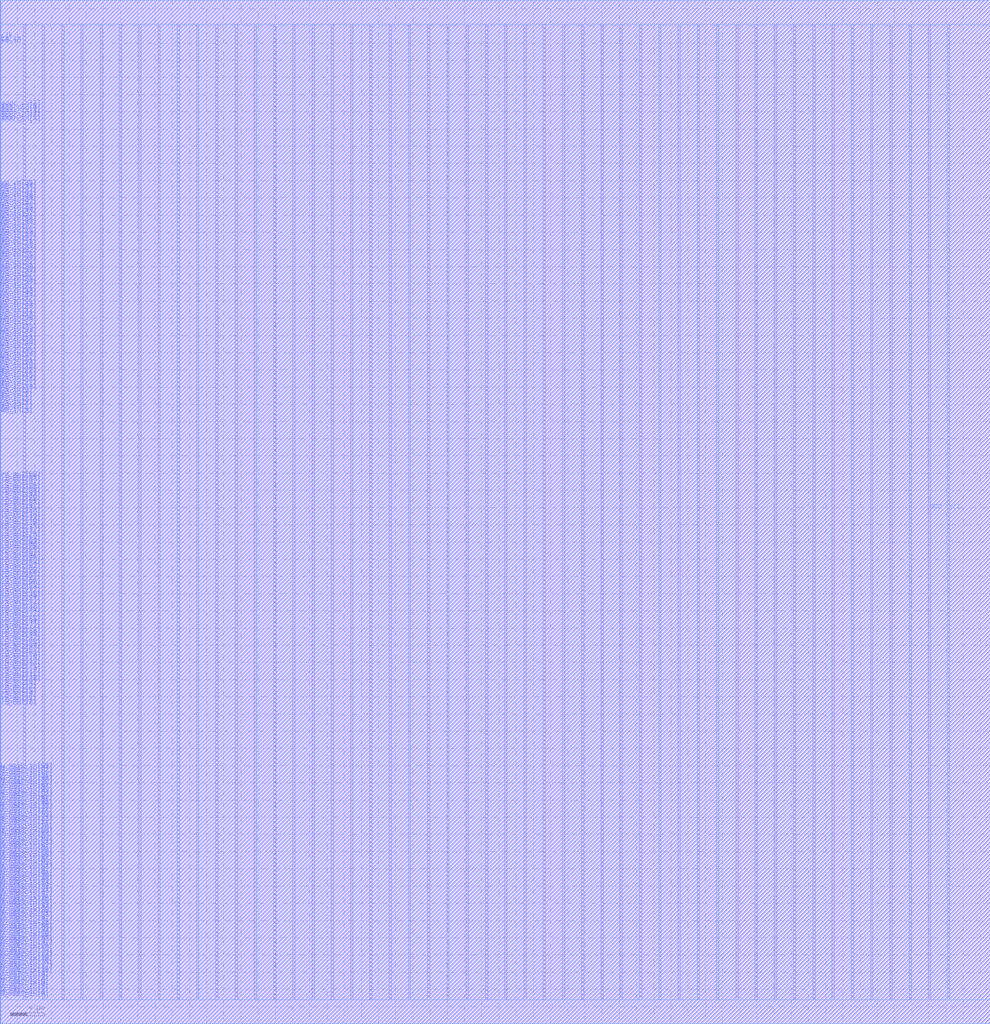
<source format=lef>
VERSION 5.7 ;
BUSBITCHARS "[]" ;
MACRO fakeram45_256x96_bottom
  FOREIGN fakeram45_256x96_bottom 0 0 ;
  SYMMETRY X Y R90 ;
  SIZE 115.140 BY 119.000 ;
  CLASS COVER ;
  PIN w_mask_in[0]
    DIRECTION INPUT ;
    USE SIGNAL ;
    SHAPE ABUTMENT ;
    PORT
      LAYER M3 ;
      RECT 0.000 2.800 0.070 2.870 ;
    END
  END w_mask_in[0]
  PIN w_mask_in[1]
    DIRECTION INPUT ;
    USE SIGNAL ;
    SHAPE ABUTMENT ;
    PORT
      LAYER M3 ;
      RECT 0.000 3.080 0.070 3.150 ;
    END
  END w_mask_in[1]
  PIN w_mask_in[2]
    DIRECTION INPUT ;
    USE SIGNAL ;
    SHAPE ABUTMENT ;
    PORT
      LAYER M3 ;
      RECT 0.000 3.360 0.070 3.430 ;
    END
  END w_mask_in[2]
  PIN w_mask_in[3]
    DIRECTION INPUT ;
    USE SIGNAL ;
    SHAPE ABUTMENT ;
    PORT
      LAYER M3 ;
      RECT 0.000 3.640 0.070 3.710 ;
    END
  END w_mask_in[3]
  PIN w_mask_in[4]
    DIRECTION INPUT ;
    USE SIGNAL ;
    SHAPE ABUTMENT ;
    PORT
      LAYER M3 ;
      RECT 0.000 3.920 0.070 3.990 ;
    END
  END w_mask_in[4]
  PIN w_mask_in[5]
    DIRECTION INPUT ;
    USE SIGNAL ;
    SHAPE ABUTMENT ;
    PORT
      LAYER M3 ;
      RECT 0.000 4.200 0.070 4.270 ;
    END
  END w_mask_in[5]
  PIN w_mask_in[6]
    DIRECTION INPUT ;
    USE SIGNAL ;
    SHAPE ABUTMENT ;
    PORT
      LAYER M3 ;
      RECT 0.000 4.480 0.070 4.550 ;
    END
  END w_mask_in[6]
  PIN w_mask_in[7]
    DIRECTION INPUT ;
    USE SIGNAL ;
    SHAPE ABUTMENT ;
    PORT
      LAYER M3 ;
      RECT 0.000 4.760 0.070 4.830 ;
    END
  END w_mask_in[7]
  PIN w_mask_in[8]
    DIRECTION INPUT ;
    USE SIGNAL ;
    SHAPE ABUTMENT ;
    PORT
      LAYER M3 ;
      RECT 0.000 5.040 0.070 5.110 ;
    END
  END w_mask_in[8]
  PIN w_mask_in[9]
    DIRECTION INPUT ;
    USE SIGNAL ;
    SHAPE ABUTMENT ;
    PORT
      LAYER M3 ;
      RECT 0.000 5.320 0.070 5.390 ;
    END
  END w_mask_in[9]
  PIN w_mask_in[10]
    DIRECTION INPUT ;
    USE SIGNAL ;
    SHAPE ABUTMENT ;
    PORT
      LAYER M3 ;
      RECT 0.000 5.600 0.070 5.670 ;
    END
  END w_mask_in[10]
  PIN w_mask_in[11]
    DIRECTION INPUT ;
    USE SIGNAL ;
    SHAPE ABUTMENT ;
    PORT
      LAYER M3 ;
      RECT 0.000 5.880 0.070 5.950 ;
    END
  END w_mask_in[11]
  PIN w_mask_in[12]
    DIRECTION INPUT ;
    USE SIGNAL ;
    SHAPE ABUTMENT ;
    PORT
      LAYER M3 ;
      RECT 0.000 6.160 0.070 6.230 ;
    END
  END w_mask_in[12]
  PIN w_mask_in[13]
    DIRECTION INPUT ;
    USE SIGNAL ;
    SHAPE ABUTMENT ;
    PORT
      LAYER M3 ;
      RECT 0.000 6.440 0.070 6.510 ;
    END
  END w_mask_in[13]
  PIN w_mask_in[14]
    DIRECTION INPUT ;
    USE SIGNAL ;
    SHAPE ABUTMENT ;
    PORT
      LAYER M3 ;
      RECT 0.000 6.720 0.070 6.790 ;
    END
  END w_mask_in[14]
  PIN w_mask_in[15]
    DIRECTION INPUT ;
    USE SIGNAL ;
    SHAPE ABUTMENT ;
    PORT
      LAYER M3 ;
      RECT 0.000 7.000 0.070 7.070 ;
    END
  END w_mask_in[15]
  PIN w_mask_in[16]
    DIRECTION INPUT ;
    USE SIGNAL ;
    SHAPE ABUTMENT ;
    PORT
      LAYER M3 ;
      RECT 0.000 7.280 0.070 7.350 ;
    END
  END w_mask_in[16]
  PIN w_mask_in[17]
    DIRECTION INPUT ;
    USE SIGNAL ;
    SHAPE ABUTMENT ;
    PORT
      LAYER M3 ;
      RECT 0.000 7.560 0.070 7.630 ;
    END
  END w_mask_in[17]
  PIN w_mask_in[18]
    DIRECTION INPUT ;
    USE SIGNAL ;
    SHAPE ABUTMENT ;
    PORT
      LAYER M3 ;
      RECT 0.000 7.840 0.070 7.910 ;
    END
  END w_mask_in[18]
  PIN w_mask_in[19]
    DIRECTION INPUT ;
    USE SIGNAL ;
    SHAPE ABUTMENT ;
    PORT
      LAYER M3 ;
      RECT 0.000 8.120 0.070 8.190 ;
    END
  END w_mask_in[19]
  PIN w_mask_in[20]
    DIRECTION INPUT ;
    USE SIGNAL ;
    SHAPE ABUTMENT ;
    PORT
      LAYER M3 ;
      RECT 0.000 8.400 0.070 8.470 ;
    END
  END w_mask_in[20]
  PIN w_mask_in[21]
    DIRECTION INPUT ;
    USE SIGNAL ;
    SHAPE ABUTMENT ;
    PORT
      LAYER M3 ;
      RECT 0.000 8.680 0.070 8.750 ;
    END
  END w_mask_in[21]
  PIN w_mask_in[22]
    DIRECTION INPUT ;
    USE SIGNAL ;
    SHAPE ABUTMENT ;
    PORT
      LAYER M3 ;
      RECT 0.000 8.960 0.070 9.030 ;
    END
  END w_mask_in[22]
  PIN w_mask_in[23]
    DIRECTION INPUT ;
    USE SIGNAL ;
    SHAPE ABUTMENT ;
    PORT
      LAYER M3 ;
      RECT 0.000 9.240 0.070 9.310 ;
    END
  END w_mask_in[23]
  PIN w_mask_in[24]
    DIRECTION INPUT ;
    USE SIGNAL ;
    SHAPE ABUTMENT ;
    PORT
      LAYER M3 ;
      RECT 0.000 9.520 0.070 9.590 ;
    END
  END w_mask_in[24]
  PIN w_mask_in[25]
    DIRECTION INPUT ;
    USE SIGNAL ;
    SHAPE ABUTMENT ;
    PORT
      LAYER M3 ;
      RECT 0.000 9.800 0.070 9.870 ;
    END
  END w_mask_in[25]
  PIN w_mask_in[26]
    DIRECTION INPUT ;
    USE SIGNAL ;
    SHAPE ABUTMENT ;
    PORT
      LAYER M3 ;
      RECT 0.000 10.080 0.070 10.150 ;
    END
  END w_mask_in[26]
  PIN w_mask_in[27]
    DIRECTION INPUT ;
    USE SIGNAL ;
    SHAPE ABUTMENT ;
    PORT
      LAYER M3 ;
      RECT 0.000 10.360 0.070 10.430 ;
    END
  END w_mask_in[27]
  PIN w_mask_in[28]
    DIRECTION INPUT ;
    USE SIGNAL ;
    SHAPE ABUTMENT ;
    PORT
      LAYER M3 ;
      RECT 0.000 10.640 0.070 10.710 ;
    END
  END w_mask_in[28]
  PIN w_mask_in[29]
    DIRECTION INPUT ;
    USE SIGNAL ;
    SHAPE ABUTMENT ;
    PORT
      LAYER M3 ;
      RECT 0.000 10.920 0.070 10.990 ;
    END
  END w_mask_in[29]
  PIN w_mask_in[30]
    DIRECTION INPUT ;
    USE SIGNAL ;
    SHAPE ABUTMENT ;
    PORT
      LAYER M3 ;
      RECT 0.000 11.200 0.070 11.270 ;
    END
  END w_mask_in[30]
  PIN w_mask_in[31]
    DIRECTION INPUT ;
    USE SIGNAL ;
    SHAPE ABUTMENT ;
    PORT
      LAYER M3 ;
      RECT 0.000 11.480 0.070 11.550 ;
    END
  END w_mask_in[31]
  PIN w_mask_in[32]
    DIRECTION INPUT ;
    USE SIGNAL ;
    SHAPE ABUTMENT ;
    PORT
      LAYER M3 ;
      RECT 0.000 11.760 0.070 11.830 ;
    END
  END w_mask_in[32]
  PIN w_mask_in[33]
    DIRECTION INPUT ;
    USE SIGNAL ;
    SHAPE ABUTMENT ;
    PORT
      LAYER M3 ;
      RECT 0.000 12.040 0.070 12.110 ;
    END
  END w_mask_in[33]
  PIN w_mask_in[34]
    DIRECTION INPUT ;
    USE SIGNAL ;
    SHAPE ABUTMENT ;
    PORT
      LAYER M3 ;
      RECT 0.000 12.320 0.070 12.390 ;
    END
  END w_mask_in[34]
  PIN w_mask_in[35]
    DIRECTION INPUT ;
    USE SIGNAL ;
    SHAPE ABUTMENT ;
    PORT
      LAYER M3 ;
      RECT 0.000 12.600 0.070 12.670 ;
    END
  END w_mask_in[35]
  PIN w_mask_in[36]
    DIRECTION INPUT ;
    USE SIGNAL ;
    SHAPE ABUTMENT ;
    PORT
      LAYER M3 ;
      RECT 0.000 12.880 0.070 12.950 ;
    END
  END w_mask_in[36]
  PIN w_mask_in[37]
    DIRECTION INPUT ;
    USE SIGNAL ;
    SHAPE ABUTMENT ;
    PORT
      LAYER M3 ;
      RECT 0.000 13.160 0.070 13.230 ;
    END
  END w_mask_in[37]
  PIN w_mask_in[38]
    DIRECTION INPUT ;
    USE SIGNAL ;
    SHAPE ABUTMENT ;
    PORT
      LAYER M3 ;
      RECT 0.000 13.440 0.070 13.510 ;
    END
  END w_mask_in[38]
  PIN w_mask_in[39]
    DIRECTION INPUT ;
    USE SIGNAL ;
    SHAPE ABUTMENT ;
    PORT
      LAYER M3 ;
      RECT 0.000 13.720 0.070 13.790 ;
    END
  END w_mask_in[39]
  PIN w_mask_in[40]
    DIRECTION INPUT ;
    USE SIGNAL ;
    SHAPE ABUTMENT ;
    PORT
      LAYER M3 ;
      RECT 0.000 14.000 0.070 14.070 ;
    END
  END w_mask_in[40]
  PIN w_mask_in[41]
    DIRECTION INPUT ;
    USE SIGNAL ;
    SHAPE ABUTMENT ;
    PORT
      LAYER M3 ;
      RECT 0.000 14.280 0.070 14.350 ;
    END
  END w_mask_in[41]
  PIN w_mask_in[42]
    DIRECTION INPUT ;
    USE SIGNAL ;
    SHAPE ABUTMENT ;
    PORT
      LAYER M3 ;
      RECT 0.000 14.560 0.070 14.630 ;
    END
  END w_mask_in[42]
  PIN w_mask_in[43]
    DIRECTION INPUT ;
    USE SIGNAL ;
    SHAPE ABUTMENT ;
    PORT
      LAYER M3 ;
      RECT 0.000 14.840 0.070 14.910 ;
    END
  END w_mask_in[43]
  PIN w_mask_in[44]
    DIRECTION INPUT ;
    USE SIGNAL ;
    SHAPE ABUTMENT ;
    PORT
      LAYER M3 ;
      RECT 0.000 15.120 0.070 15.190 ;
    END
  END w_mask_in[44]
  PIN w_mask_in[45]
    DIRECTION INPUT ;
    USE SIGNAL ;
    SHAPE ABUTMENT ;
    PORT
      LAYER M3 ;
      RECT 0.000 15.400 0.070 15.470 ;
    END
  END w_mask_in[45]
  PIN w_mask_in[46]
    DIRECTION INPUT ;
    USE SIGNAL ;
    SHAPE ABUTMENT ;
    PORT
      LAYER M3 ;
      RECT 0.000 15.680 0.070 15.750 ;
    END
  END w_mask_in[46]
  PIN w_mask_in[47]
    DIRECTION INPUT ;
    USE SIGNAL ;
    SHAPE ABUTMENT ;
    PORT
      LAYER M3 ;
      RECT 0.000 15.960 0.070 16.030 ;
    END
  END w_mask_in[47]
  PIN w_mask_in[48]
    DIRECTION INPUT ;
    USE SIGNAL ;
    SHAPE ABUTMENT ;
    PORT
      LAYER M3 ;
      RECT 0.000 16.240 0.070 16.310 ;
    END
  END w_mask_in[48]
  PIN w_mask_in[49]
    DIRECTION INPUT ;
    USE SIGNAL ;
    SHAPE ABUTMENT ;
    PORT
      LAYER M3 ;
      RECT 0.000 16.520 0.070 16.590 ;
    END
  END w_mask_in[49]
  PIN w_mask_in[50]
    DIRECTION INPUT ;
    USE SIGNAL ;
    SHAPE ABUTMENT ;
    PORT
      LAYER M3 ;
      RECT 0.000 16.800 0.070 16.870 ;
    END
  END w_mask_in[50]
  PIN w_mask_in[51]
    DIRECTION INPUT ;
    USE SIGNAL ;
    SHAPE ABUTMENT ;
    PORT
      LAYER M3 ;
      RECT 0.000 17.080 0.070 17.150 ;
    END
  END w_mask_in[51]
  PIN w_mask_in[52]
    DIRECTION INPUT ;
    USE SIGNAL ;
    SHAPE ABUTMENT ;
    PORT
      LAYER M3 ;
      RECT 0.000 17.360 0.070 17.430 ;
    END
  END w_mask_in[52]
  PIN w_mask_in[53]
    DIRECTION INPUT ;
    USE SIGNAL ;
    SHAPE ABUTMENT ;
    PORT
      LAYER M3 ;
      RECT 0.000 17.640 0.070 17.710 ;
    END
  END w_mask_in[53]
  PIN w_mask_in[54]
    DIRECTION INPUT ;
    USE SIGNAL ;
    SHAPE ABUTMENT ;
    PORT
      LAYER M3 ;
      RECT 0.000 17.920 0.070 17.990 ;
    END
  END w_mask_in[54]
  PIN w_mask_in[55]
    DIRECTION INPUT ;
    USE SIGNAL ;
    SHAPE ABUTMENT ;
    PORT
      LAYER M3 ;
      RECT 0.000 18.200 0.070 18.270 ;
    END
  END w_mask_in[55]
  PIN w_mask_in[56]
    DIRECTION INPUT ;
    USE SIGNAL ;
    SHAPE ABUTMENT ;
    PORT
      LAYER M3 ;
      RECT 0.000 18.480 0.070 18.550 ;
    END
  END w_mask_in[56]
  PIN w_mask_in[57]
    DIRECTION INPUT ;
    USE SIGNAL ;
    SHAPE ABUTMENT ;
    PORT
      LAYER M3 ;
      RECT 0.000 18.760 0.070 18.830 ;
    END
  END w_mask_in[57]
  PIN w_mask_in[58]
    DIRECTION INPUT ;
    USE SIGNAL ;
    SHAPE ABUTMENT ;
    PORT
      LAYER M3 ;
      RECT 0.000 19.040 0.070 19.110 ;
    END
  END w_mask_in[58]
  PIN w_mask_in[59]
    DIRECTION INPUT ;
    USE SIGNAL ;
    SHAPE ABUTMENT ;
    PORT
      LAYER M3 ;
      RECT 0.000 19.320 0.070 19.390 ;
    END
  END w_mask_in[59]
  PIN w_mask_in[60]
    DIRECTION INPUT ;
    USE SIGNAL ;
    SHAPE ABUTMENT ;
    PORT
      LAYER M3 ;
      RECT 0.000 19.600 0.070 19.670 ;
    END
  END w_mask_in[60]
  PIN w_mask_in[61]
    DIRECTION INPUT ;
    USE SIGNAL ;
    SHAPE ABUTMENT ;
    PORT
      LAYER M3 ;
      RECT 0.000 19.880 0.070 19.950 ;
    END
  END w_mask_in[61]
  PIN w_mask_in[62]
    DIRECTION INPUT ;
    USE SIGNAL ;
    SHAPE ABUTMENT ;
    PORT
      LAYER M3 ;
      RECT 0.000 20.160 0.070 20.230 ;
    END
  END w_mask_in[62]
  PIN w_mask_in[63]
    DIRECTION INPUT ;
    USE SIGNAL ;
    SHAPE ABUTMENT ;
    PORT
      LAYER M3 ;
      RECT 0.000 20.440 0.070 20.510 ;
    END
  END w_mask_in[63]
  PIN w_mask_in[64]
    DIRECTION INPUT ;
    USE SIGNAL ;
    SHAPE ABUTMENT ;
    PORT
      LAYER M3 ;
      RECT 0.000 20.720 0.070 20.790 ;
    END
  END w_mask_in[64]
  PIN w_mask_in[65]
    DIRECTION INPUT ;
    USE SIGNAL ;
    SHAPE ABUTMENT ;
    PORT
      LAYER M3 ;
      RECT 0.000 21.000 0.070 21.070 ;
    END
  END w_mask_in[65]
  PIN w_mask_in[66]
    DIRECTION INPUT ;
    USE SIGNAL ;
    SHAPE ABUTMENT ;
    PORT
      LAYER M3 ;
      RECT 0.000 21.280 0.070 21.350 ;
    END
  END w_mask_in[66]
  PIN w_mask_in[67]
    DIRECTION INPUT ;
    USE SIGNAL ;
    SHAPE ABUTMENT ;
    PORT
      LAYER M3 ;
      RECT 0.000 21.560 0.070 21.630 ;
    END
  END w_mask_in[67]
  PIN w_mask_in[68]
    DIRECTION INPUT ;
    USE SIGNAL ;
    SHAPE ABUTMENT ;
    PORT
      LAYER M3 ;
      RECT 0.000 21.840 0.070 21.910 ;
    END
  END w_mask_in[68]
  PIN w_mask_in[69]
    DIRECTION INPUT ;
    USE SIGNAL ;
    SHAPE ABUTMENT ;
    PORT
      LAYER M3 ;
      RECT 0.000 22.120 0.070 22.190 ;
    END
  END w_mask_in[69]
  PIN w_mask_in[70]
    DIRECTION INPUT ;
    USE SIGNAL ;
    SHAPE ABUTMENT ;
    PORT
      LAYER M3 ;
      RECT 0.000 22.400 0.070 22.470 ;
    END
  END w_mask_in[70]
  PIN w_mask_in[71]
    DIRECTION INPUT ;
    USE SIGNAL ;
    SHAPE ABUTMENT ;
    PORT
      LAYER M3 ;
      RECT 0.000 22.680 0.070 22.750 ;
    END
  END w_mask_in[71]
  PIN w_mask_in[72]
    DIRECTION INPUT ;
    USE SIGNAL ;
    SHAPE ABUTMENT ;
    PORT
      LAYER M3 ;
      RECT 0.000 22.960 0.070 23.030 ;
    END
  END w_mask_in[72]
  PIN w_mask_in[73]
    DIRECTION INPUT ;
    USE SIGNAL ;
    SHAPE ABUTMENT ;
    PORT
      LAYER M3 ;
      RECT 0.000 23.240 0.070 23.310 ;
    END
  END w_mask_in[73]
  PIN w_mask_in[74]
    DIRECTION INPUT ;
    USE SIGNAL ;
    SHAPE ABUTMENT ;
    PORT
      LAYER M3 ;
      RECT 0.000 23.520 0.070 23.590 ;
    END
  END w_mask_in[74]
  PIN w_mask_in[75]
    DIRECTION INPUT ;
    USE SIGNAL ;
    SHAPE ABUTMENT ;
    PORT
      LAYER M3 ;
      RECT 0.000 23.800 0.070 23.870 ;
    END
  END w_mask_in[75]
  PIN w_mask_in[76]
    DIRECTION INPUT ;
    USE SIGNAL ;
    SHAPE ABUTMENT ;
    PORT
      LAYER M3 ;
      RECT 0.000 24.080 0.070 24.150 ;
    END
  END w_mask_in[76]
  PIN w_mask_in[77]
    DIRECTION INPUT ;
    USE SIGNAL ;
    SHAPE ABUTMENT ;
    PORT
      LAYER M3 ;
      RECT 0.000 24.360 0.070 24.430 ;
    END
  END w_mask_in[77]
  PIN w_mask_in[78]
    DIRECTION INPUT ;
    USE SIGNAL ;
    SHAPE ABUTMENT ;
    PORT
      LAYER M3 ;
      RECT 0.000 24.640 0.070 24.710 ;
    END
  END w_mask_in[78]
  PIN w_mask_in[79]
    DIRECTION INPUT ;
    USE SIGNAL ;
    SHAPE ABUTMENT ;
    PORT
      LAYER M3 ;
      RECT 0.000 24.920 0.070 24.990 ;
    END
  END w_mask_in[79]
  PIN w_mask_in[80]
    DIRECTION INPUT ;
    USE SIGNAL ;
    SHAPE ABUTMENT ;
    PORT
      LAYER M3 ;
      RECT 0.000 25.200 0.070 25.270 ;
    END
  END w_mask_in[80]
  PIN w_mask_in[81]
    DIRECTION INPUT ;
    USE SIGNAL ;
    SHAPE ABUTMENT ;
    PORT
      LAYER M3 ;
      RECT 0.000 25.480 0.070 25.550 ;
    END
  END w_mask_in[81]
  PIN w_mask_in[82]
    DIRECTION INPUT ;
    USE SIGNAL ;
    SHAPE ABUTMENT ;
    PORT
      LAYER M3 ;
      RECT 0.000 25.760 0.070 25.830 ;
    END
  END w_mask_in[82]
  PIN w_mask_in[83]
    DIRECTION INPUT ;
    USE SIGNAL ;
    SHAPE ABUTMENT ;
    PORT
      LAYER M3 ;
      RECT 0.000 26.040 0.070 26.110 ;
    END
  END w_mask_in[83]
  PIN w_mask_in[84]
    DIRECTION INPUT ;
    USE SIGNAL ;
    SHAPE ABUTMENT ;
    PORT
      LAYER M3 ;
      RECT 0.000 26.320 0.070 26.390 ;
    END
  END w_mask_in[84]
  PIN w_mask_in[85]
    DIRECTION INPUT ;
    USE SIGNAL ;
    SHAPE ABUTMENT ;
    PORT
      LAYER M3 ;
      RECT 0.000 26.600 0.070 26.670 ;
    END
  END w_mask_in[85]
  PIN w_mask_in[86]
    DIRECTION INPUT ;
    USE SIGNAL ;
    SHAPE ABUTMENT ;
    PORT
      LAYER M3 ;
      RECT 0.000 26.880 0.070 26.950 ;
    END
  END w_mask_in[86]
  PIN w_mask_in[87]
    DIRECTION INPUT ;
    USE SIGNAL ;
    SHAPE ABUTMENT ;
    PORT
      LAYER M3 ;
      RECT 0.000 27.160 0.070 27.230 ;
    END
  END w_mask_in[87]
  PIN w_mask_in[88]
    DIRECTION INPUT ;
    USE SIGNAL ;
    SHAPE ABUTMENT ;
    PORT
      LAYER M3 ;
      RECT 0.000 27.440 0.070 27.510 ;
    END
  END w_mask_in[88]
  PIN w_mask_in[89]
    DIRECTION INPUT ;
    USE SIGNAL ;
    SHAPE ABUTMENT ;
    PORT
      LAYER M3 ;
      RECT 0.000 27.720 0.070 27.790 ;
    END
  END w_mask_in[89]
  PIN w_mask_in[90]
    DIRECTION INPUT ;
    USE SIGNAL ;
    SHAPE ABUTMENT ;
    PORT
      LAYER M3 ;
      RECT 0.000 28.000 0.070 28.070 ;
    END
  END w_mask_in[90]
  PIN w_mask_in[91]
    DIRECTION INPUT ;
    USE SIGNAL ;
    SHAPE ABUTMENT ;
    PORT
      LAYER M3 ;
      RECT 0.000 28.280 0.070 28.350 ;
    END
  END w_mask_in[91]
  PIN w_mask_in[92]
    DIRECTION INPUT ;
    USE SIGNAL ;
    SHAPE ABUTMENT ;
    PORT
      LAYER M3 ;
      RECT 0.000 28.560 0.070 28.630 ;
    END
  END w_mask_in[92]
  PIN w_mask_in[93]
    DIRECTION INPUT ;
    USE SIGNAL ;
    SHAPE ABUTMENT ;
    PORT
      LAYER M3 ;
      RECT 0.000 28.840 0.070 28.910 ;
    END
  END w_mask_in[93]
  PIN w_mask_in[94]
    DIRECTION INPUT ;
    USE SIGNAL ;
    SHAPE ABUTMENT ;
    PORT
      LAYER M3 ;
      RECT 0.000 29.120 0.070 29.190 ;
    END
  END w_mask_in[94]
  PIN w_mask_in[95]
    DIRECTION INPUT ;
    USE SIGNAL ;
    SHAPE ABUTMENT ;
    PORT
      LAYER M3 ;
      RECT 0.000 29.400 0.070 29.470 ;
    END
  END w_mask_in[95]
  PIN rd_out[0]
    DIRECTION OUTPUT ;
    USE SIGNAL ;
    SHAPE ABUTMENT ;
    PORT
      LAYER M3 ;
      RECT 0.000 36.680 0.070 36.750 ;
    END
  END rd_out[0]
  PIN rd_out[1]
    DIRECTION OUTPUT ;
    USE SIGNAL ;
    SHAPE ABUTMENT ;
    PORT
      LAYER M3 ;
      RECT 0.000 36.960 0.070 37.030 ;
    END
  END rd_out[1]
  PIN rd_out[2]
    DIRECTION OUTPUT ;
    USE SIGNAL ;
    SHAPE ABUTMENT ;
    PORT
      LAYER M3 ;
      RECT 0.000 37.240 0.070 37.310 ;
    END
  END rd_out[2]
  PIN rd_out[3]
    DIRECTION OUTPUT ;
    USE SIGNAL ;
    SHAPE ABUTMENT ;
    PORT
      LAYER M3 ;
      RECT 0.000 37.520 0.070 37.590 ;
    END
  END rd_out[3]
  PIN rd_out[4]
    DIRECTION OUTPUT ;
    USE SIGNAL ;
    SHAPE ABUTMENT ;
    PORT
      LAYER M3 ;
      RECT 0.000 37.800 0.070 37.870 ;
    END
  END rd_out[4]
  PIN rd_out[5]
    DIRECTION OUTPUT ;
    USE SIGNAL ;
    SHAPE ABUTMENT ;
    PORT
      LAYER M3 ;
      RECT 0.000 38.080 0.070 38.150 ;
    END
  END rd_out[5]
  PIN rd_out[6]
    DIRECTION OUTPUT ;
    USE SIGNAL ;
    SHAPE ABUTMENT ;
    PORT
      LAYER M3 ;
      RECT 0.000 38.360 0.070 38.430 ;
    END
  END rd_out[6]
  PIN rd_out[7]
    DIRECTION OUTPUT ;
    USE SIGNAL ;
    SHAPE ABUTMENT ;
    PORT
      LAYER M3 ;
      RECT 0.000 38.640 0.070 38.710 ;
    END
  END rd_out[7]
  PIN rd_out[8]
    DIRECTION OUTPUT ;
    USE SIGNAL ;
    SHAPE ABUTMENT ;
    PORT
      LAYER M3 ;
      RECT 0.000 38.920 0.070 38.990 ;
    END
  END rd_out[8]
  PIN rd_out[9]
    DIRECTION OUTPUT ;
    USE SIGNAL ;
    SHAPE ABUTMENT ;
    PORT
      LAYER M3 ;
      RECT 0.000 39.200 0.070 39.270 ;
    END
  END rd_out[9]
  PIN rd_out[10]
    DIRECTION OUTPUT ;
    USE SIGNAL ;
    SHAPE ABUTMENT ;
    PORT
      LAYER M3 ;
      RECT 0.000 39.480 0.070 39.550 ;
    END
  END rd_out[10]
  PIN rd_out[11]
    DIRECTION OUTPUT ;
    USE SIGNAL ;
    SHAPE ABUTMENT ;
    PORT
      LAYER M3 ;
      RECT 0.000 39.760 0.070 39.830 ;
    END
  END rd_out[11]
  PIN rd_out[12]
    DIRECTION OUTPUT ;
    USE SIGNAL ;
    SHAPE ABUTMENT ;
    PORT
      LAYER M3 ;
      RECT 0.000 40.040 0.070 40.110 ;
    END
  END rd_out[12]
  PIN rd_out[13]
    DIRECTION OUTPUT ;
    USE SIGNAL ;
    SHAPE ABUTMENT ;
    PORT
      LAYER M3 ;
      RECT 0.000 40.320 0.070 40.390 ;
    END
  END rd_out[13]
  PIN rd_out[14]
    DIRECTION OUTPUT ;
    USE SIGNAL ;
    SHAPE ABUTMENT ;
    PORT
      LAYER M3 ;
      RECT 0.000 40.600 0.070 40.670 ;
    END
  END rd_out[14]
  PIN rd_out[15]
    DIRECTION OUTPUT ;
    USE SIGNAL ;
    SHAPE ABUTMENT ;
    PORT
      LAYER M3 ;
      RECT 0.000 40.880 0.070 40.950 ;
    END
  END rd_out[15]
  PIN rd_out[16]
    DIRECTION OUTPUT ;
    USE SIGNAL ;
    SHAPE ABUTMENT ;
    PORT
      LAYER M3 ;
      RECT 0.000 41.160 0.070 41.230 ;
    END
  END rd_out[16]
  PIN rd_out[17]
    DIRECTION OUTPUT ;
    USE SIGNAL ;
    SHAPE ABUTMENT ;
    PORT
      LAYER M3 ;
      RECT 0.000 41.440 0.070 41.510 ;
    END
  END rd_out[17]
  PIN rd_out[18]
    DIRECTION OUTPUT ;
    USE SIGNAL ;
    SHAPE ABUTMENT ;
    PORT
      LAYER M3 ;
      RECT 0.000 41.720 0.070 41.790 ;
    END
  END rd_out[18]
  PIN rd_out[19]
    DIRECTION OUTPUT ;
    USE SIGNAL ;
    SHAPE ABUTMENT ;
    PORT
      LAYER M3 ;
      RECT 0.000 42.000 0.070 42.070 ;
    END
  END rd_out[19]
  PIN rd_out[20]
    DIRECTION OUTPUT ;
    USE SIGNAL ;
    SHAPE ABUTMENT ;
    PORT
      LAYER M3 ;
      RECT 0.000 42.280 0.070 42.350 ;
    END
  END rd_out[20]
  PIN rd_out[21]
    DIRECTION OUTPUT ;
    USE SIGNAL ;
    SHAPE ABUTMENT ;
    PORT
      LAYER M3 ;
      RECT 0.000 42.560 0.070 42.630 ;
    END
  END rd_out[21]
  PIN rd_out[22]
    DIRECTION OUTPUT ;
    USE SIGNAL ;
    SHAPE ABUTMENT ;
    PORT
      LAYER M3 ;
      RECT 0.000 42.840 0.070 42.910 ;
    END
  END rd_out[22]
  PIN rd_out[23]
    DIRECTION OUTPUT ;
    USE SIGNAL ;
    SHAPE ABUTMENT ;
    PORT
      LAYER M3 ;
      RECT 0.000 43.120 0.070 43.190 ;
    END
  END rd_out[23]
  PIN rd_out[24]
    DIRECTION OUTPUT ;
    USE SIGNAL ;
    SHAPE ABUTMENT ;
    PORT
      LAYER M3 ;
      RECT 0.000 43.400 0.070 43.470 ;
    END
  END rd_out[24]
  PIN rd_out[25]
    DIRECTION OUTPUT ;
    USE SIGNAL ;
    SHAPE ABUTMENT ;
    PORT
      LAYER M3 ;
      RECT 0.000 43.680 0.070 43.750 ;
    END
  END rd_out[25]
  PIN rd_out[26]
    DIRECTION OUTPUT ;
    USE SIGNAL ;
    SHAPE ABUTMENT ;
    PORT
      LAYER M3 ;
      RECT 0.000 43.960 0.070 44.030 ;
    END
  END rd_out[26]
  PIN rd_out[27]
    DIRECTION OUTPUT ;
    USE SIGNAL ;
    SHAPE ABUTMENT ;
    PORT
      LAYER M3 ;
      RECT 0.000 44.240 0.070 44.310 ;
    END
  END rd_out[27]
  PIN rd_out[28]
    DIRECTION OUTPUT ;
    USE SIGNAL ;
    SHAPE ABUTMENT ;
    PORT
      LAYER M3 ;
      RECT 0.000 44.520 0.070 44.590 ;
    END
  END rd_out[28]
  PIN rd_out[29]
    DIRECTION OUTPUT ;
    USE SIGNAL ;
    SHAPE ABUTMENT ;
    PORT
      LAYER M3 ;
      RECT 0.000 44.800 0.070 44.870 ;
    END
  END rd_out[29]
  PIN rd_out[30]
    DIRECTION OUTPUT ;
    USE SIGNAL ;
    SHAPE ABUTMENT ;
    PORT
      LAYER M3 ;
      RECT 0.000 45.080 0.070 45.150 ;
    END
  END rd_out[30]
  PIN rd_out[31]
    DIRECTION OUTPUT ;
    USE SIGNAL ;
    SHAPE ABUTMENT ;
    PORT
      LAYER M3 ;
      RECT 0.000 45.360 0.070 45.430 ;
    END
  END rd_out[31]
  PIN rd_out[32]
    DIRECTION OUTPUT ;
    USE SIGNAL ;
    SHAPE ABUTMENT ;
    PORT
      LAYER M3 ;
      RECT 0.000 45.640 0.070 45.710 ;
    END
  END rd_out[32]
  PIN rd_out[33]
    DIRECTION OUTPUT ;
    USE SIGNAL ;
    SHAPE ABUTMENT ;
    PORT
      LAYER M3 ;
      RECT 0.000 45.920 0.070 45.990 ;
    END
  END rd_out[33]
  PIN rd_out[34]
    DIRECTION OUTPUT ;
    USE SIGNAL ;
    SHAPE ABUTMENT ;
    PORT
      LAYER M3 ;
      RECT 0.000 46.200 0.070 46.270 ;
    END
  END rd_out[34]
  PIN rd_out[35]
    DIRECTION OUTPUT ;
    USE SIGNAL ;
    SHAPE ABUTMENT ;
    PORT
      LAYER M3 ;
      RECT 0.000 46.480 0.070 46.550 ;
    END
  END rd_out[35]
  PIN rd_out[36]
    DIRECTION OUTPUT ;
    USE SIGNAL ;
    SHAPE ABUTMENT ;
    PORT
      LAYER M3 ;
      RECT 0.000 46.760 0.070 46.830 ;
    END
  END rd_out[36]
  PIN rd_out[37]
    DIRECTION OUTPUT ;
    USE SIGNAL ;
    SHAPE ABUTMENT ;
    PORT
      LAYER M3 ;
      RECT 0.000 47.040 0.070 47.110 ;
    END
  END rd_out[37]
  PIN rd_out[38]
    DIRECTION OUTPUT ;
    USE SIGNAL ;
    SHAPE ABUTMENT ;
    PORT
      LAYER M3 ;
      RECT 0.000 47.320 0.070 47.390 ;
    END
  END rd_out[38]
  PIN rd_out[39]
    DIRECTION OUTPUT ;
    USE SIGNAL ;
    SHAPE ABUTMENT ;
    PORT
      LAYER M3 ;
      RECT 0.000 47.600 0.070 47.670 ;
    END
  END rd_out[39]
  PIN rd_out[40]
    DIRECTION OUTPUT ;
    USE SIGNAL ;
    SHAPE ABUTMENT ;
    PORT
      LAYER M3 ;
      RECT 0.000 47.880 0.070 47.950 ;
    END
  END rd_out[40]
  PIN rd_out[41]
    DIRECTION OUTPUT ;
    USE SIGNAL ;
    SHAPE ABUTMENT ;
    PORT
      LAYER M3 ;
      RECT 0.000 48.160 0.070 48.230 ;
    END
  END rd_out[41]
  PIN rd_out[42]
    DIRECTION OUTPUT ;
    USE SIGNAL ;
    SHAPE ABUTMENT ;
    PORT
      LAYER M3 ;
      RECT 0.000 48.440 0.070 48.510 ;
    END
  END rd_out[42]
  PIN rd_out[43]
    DIRECTION OUTPUT ;
    USE SIGNAL ;
    SHAPE ABUTMENT ;
    PORT
      LAYER M3 ;
      RECT 0.000 48.720 0.070 48.790 ;
    END
  END rd_out[43]
  PIN rd_out[44]
    DIRECTION OUTPUT ;
    USE SIGNAL ;
    SHAPE ABUTMENT ;
    PORT
      LAYER M3 ;
      RECT 0.000 49.000 0.070 49.070 ;
    END
  END rd_out[44]
  PIN rd_out[45]
    DIRECTION OUTPUT ;
    USE SIGNAL ;
    SHAPE ABUTMENT ;
    PORT
      LAYER M3 ;
      RECT 0.000 49.280 0.070 49.350 ;
    END
  END rd_out[45]
  PIN rd_out[46]
    DIRECTION OUTPUT ;
    USE SIGNAL ;
    SHAPE ABUTMENT ;
    PORT
      LAYER M3 ;
      RECT 0.000 49.560 0.070 49.630 ;
    END
  END rd_out[46]
  PIN rd_out[47]
    DIRECTION OUTPUT ;
    USE SIGNAL ;
    SHAPE ABUTMENT ;
    PORT
      LAYER M3 ;
      RECT 0.000 49.840 0.070 49.910 ;
    END
  END rd_out[47]
  PIN rd_out[48]
    DIRECTION OUTPUT ;
    USE SIGNAL ;
    SHAPE ABUTMENT ;
    PORT
      LAYER M3 ;
      RECT 0.000 50.120 0.070 50.190 ;
    END
  END rd_out[48]
  PIN rd_out[49]
    DIRECTION OUTPUT ;
    USE SIGNAL ;
    SHAPE ABUTMENT ;
    PORT
      LAYER M3 ;
      RECT 0.000 50.400 0.070 50.470 ;
    END
  END rd_out[49]
  PIN rd_out[50]
    DIRECTION OUTPUT ;
    USE SIGNAL ;
    SHAPE ABUTMENT ;
    PORT
      LAYER M3 ;
      RECT 0.000 50.680 0.070 50.750 ;
    END
  END rd_out[50]
  PIN rd_out[51]
    DIRECTION OUTPUT ;
    USE SIGNAL ;
    SHAPE ABUTMENT ;
    PORT
      LAYER M3 ;
      RECT 0.000 50.960 0.070 51.030 ;
    END
  END rd_out[51]
  PIN rd_out[52]
    DIRECTION OUTPUT ;
    USE SIGNAL ;
    SHAPE ABUTMENT ;
    PORT
      LAYER M3 ;
      RECT 0.000 51.240 0.070 51.310 ;
    END
  END rd_out[52]
  PIN rd_out[53]
    DIRECTION OUTPUT ;
    USE SIGNAL ;
    SHAPE ABUTMENT ;
    PORT
      LAYER M3 ;
      RECT 0.000 51.520 0.070 51.590 ;
    END
  END rd_out[53]
  PIN rd_out[54]
    DIRECTION OUTPUT ;
    USE SIGNAL ;
    SHAPE ABUTMENT ;
    PORT
      LAYER M3 ;
      RECT 0.000 51.800 0.070 51.870 ;
    END
  END rd_out[54]
  PIN rd_out[55]
    DIRECTION OUTPUT ;
    USE SIGNAL ;
    SHAPE ABUTMENT ;
    PORT
      LAYER M3 ;
      RECT 0.000 52.080 0.070 52.150 ;
    END
  END rd_out[55]
  PIN rd_out[56]
    DIRECTION OUTPUT ;
    USE SIGNAL ;
    SHAPE ABUTMENT ;
    PORT
      LAYER M3 ;
      RECT 0.000 52.360 0.070 52.430 ;
    END
  END rd_out[56]
  PIN rd_out[57]
    DIRECTION OUTPUT ;
    USE SIGNAL ;
    SHAPE ABUTMENT ;
    PORT
      LAYER M3 ;
      RECT 0.000 52.640 0.070 52.710 ;
    END
  END rd_out[57]
  PIN rd_out[58]
    DIRECTION OUTPUT ;
    USE SIGNAL ;
    SHAPE ABUTMENT ;
    PORT
      LAYER M3 ;
      RECT 0.000 52.920 0.070 52.990 ;
    END
  END rd_out[58]
  PIN rd_out[59]
    DIRECTION OUTPUT ;
    USE SIGNAL ;
    SHAPE ABUTMENT ;
    PORT
      LAYER M3 ;
      RECT 0.000 53.200 0.070 53.270 ;
    END
  END rd_out[59]
  PIN rd_out[60]
    DIRECTION OUTPUT ;
    USE SIGNAL ;
    SHAPE ABUTMENT ;
    PORT
      LAYER M3 ;
      RECT 0.000 53.480 0.070 53.550 ;
    END
  END rd_out[60]
  PIN rd_out[61]
    DIRECTION OUTPUT ;
    USE SIGNAL ;
    SHAPE ABUTMENT ;
    PORT
      LAYER M3 ;
      RECT 0.000 53.760 0.070 53.830 ;
    END
  END rd_out[61]
  PIN rd_out[62]
    DIRECTION OUTPUT ;
    USE SIGNAL ;
    SHAPE ABUTMENT ;
    PORT
      LAYER M3 ;
      RECT 0.000 54.040 0.070 54.110 ;
    END
  END rd_out[62]
  PIN rd_out[63]
    DIRECTION OUTPUT ;
    USE SIGNAL ;
    SHAPE ABUTMENT ;
    PORT
      LAYER M3 ;
      RECT 0.000 54.320 0.070 54.390 ;
    END
  END rd_out[63]
  PIN rd_out[64]
    DIRECTION OUTPUT ;
    USE SIGNAL ;
    SHAPE ABUTMENT ;
    PORT
      LAYER M3 ;
      RECT 0.000 54.600 0.070 54.670 ;
    END
  END rd_out[64]
  PIN rd_out[65]
    DIRECTION OUTPUT ;
    USE SIGNAL ;
    SHAPE ABUTMENT ;
    PORT
      LAYER M3 ;
      RECT 0.000 54.880 0.070 54.950 ;
    END
  END rd_out[65]
  PIN rd_out[66]
    DIRECTION OUTPUT ;
    USE SIGNAL ;
    SHAPE ABUTMENT ;
    PORT
      LAYER M3 ;
      RECT 0.000 55.160 0.070 55.230 ;
    END
  END rd_out[66]
  PIN rd_out[67]
    DIRECTION OUTPUT ;
    USE SIGNAL ;
    SHAPE ABUTMENT ;
    PORT
      LAYER M3 ;
      RECT 0.000 55.440 0.070 55.510 ;
    END
  END rd_out[67]
  PIN rd_out[68]
    DIRECTION OUTPUT ;
    USE SIGNAL ;
    SHAPE ABUTMENT ;
    PORT
      LAYER M3 ;
      RECT 0.000 55.720 0.070 55.790 ;
    END
  END rd_out[68]
  PIN rd_out[69]
    DIRECTION OUTPUT ;
    USE SIGNAL ;
    SHAPE ABUTMENT ;
    PORT
      LAYER M3 ;
      RECT 0.000 56.000 0.070 56.070 ;
    END
  END rd_out[69]
  PIN rd_out[70]
    DIRECTION OUTPUT ;
    USE SIGNAL ;
    SHAPE ABUTMENT ;
    PORT
      LAYER M3 ;
      RECT 0.000 56.280 0.070 56.350 ;
    END
  END rd_out[70]
  PIN rd_out[71]
    DIRECTION OUTPUT ;
    USE SIGNAL ;
    SHAPE ABUTMENT ;
    PORT
      LAYER M3 ;
      RECT 0.000 56.560 0.070 56.630 ;
    END
  END rd_out[71]
  PIN rd_out[72]
    DIRECTION OUTPUT ;
    USE SIGNAL ;
    SHAPE ABUTMENT ;
    PORT
      LAYER M3 ;
      RECT 0.000 56.840 0.070 56.910 ;
    END
  END rd_out[72]
  PIN rd_out[73]
    DIRECTION OUTPUT ;
    USE SIGNAL ;
    SHAPE ABUTMENT ;
    PORT
      LAYER M3 ;
      RECT 0.000 57.120 0.070 57.190 ;
    END
  END rd_out[73]
  PIN rd_out[74]
    DIRECTION OUTPUT ;
    USE SIGNAL ;
    SHAPE ABUTMENT ;
    PORT
      LAYER M3 ;
      RECT 0.000 57.400 0.070 57.470 ;
    END
  END rd_out[74]
  PIN rd_out[75]
    DIRECTION OUTPUT ;
    USE SIGNAL ;
    SHAPE ABUTMENT ;
    PORT
      LAYER M3 ;
      RECT 0.000 57.680 0.070 57.750 ;
    END
  END rd_out[75]
  PIN rd_out[76]
    DIRECTION OUTPUT ;
    USE SIGNAL ;
    SHAPE ABUTMENT ;
    PORT
      LAYER M3 ;
      RECT 0.000 57.960 0.070 58.030 ;
    END
  END rd_out[76]
  PIN rd_out[77]
    DIRECTION OUTPUT ;
    USE SIGNAL ;
    SHAPE ABUTMENT ;
    PORT
      LAYER M3 ;
      RECT 0.000 58.240 0.070 58.310 ;
    END
  END rd_out[77]
  PIN rd_out[78]
    DIRECTION OUTPUT ;
    USE SIGNAL ;
    SHAPE ABUTMENT ;
    PORT
      LAYER M3 ;
      RECT 0.000 58.520 0.070 58.590 ;
    END
  END rd_out[78]
  PIN rd_out[79]
    DIRECTION OUTPUT ;
    USE SIGNAL ;
    SHAPE ABUTMENT ;
    PORT
      LAYER M3 ;
      RECT 0.000 58.800 0.070 58.870 ;
    END
  END rd_out[79]
  PIN rd_out[80]
    DIRECTION OUTPUT ;
    USE SIGNAL ;
    SHAPE ABUTMENT ;
    PORT
      LAYER M3 ;
      RECT 0.000 59.080 0.070 59.150 ;
    END
  END rd_out[80]
  PIN rd_out[81]
    DIRECTION OUTPUT ;
    USE SIGNAL ;
    SHAPE ABUTMENT ;
    PORT
      LAYER M3 ;
      RECT 0.000 59.360 0.070 59.430 ;
    END
  END rd_out[81]
  PIN rd_out[82]
    DIRECTION OUTPUT ;
    USE SIGNAL ;
    SHAPE ABUTMENT ;
    PORT
      LAYER M3 ;
      RECT 0.000 59.640 0.070 59.710 ;
    END
  END rd_out[82]
  PIN rd_out[83]
    DIRECTION OUTPUT ;
    USE SIGNAL ;
    SHAPE ABUTMENT ;
    PORT
      LAYER M3 ;
      RECT 0.000 59.920 0.070 59.990 ;
    END
  END rd_out[83]
  PIN rd_out[84]
    DIRECTION OUTPUT ;
    USE SIGNAL ;
    SHAPE ABUTMENT ;
    PORT
      LAYER M3 ;
      RECT 0.000 60.200 0.070 60.270 ;
    END
  END rd_out[84]
  PIN rd_out[85]
    DIRECTION OUTPUT ;
    USE SIGNAL ;
    SHAPE ABUTMENT ;
    PORT
      LAYER M3 ;
      RECT 0.000 60.480 0.070 60.550 ;
    END
  END rd_out[85]
  PIN rd_out[86]
    DIRECTION OUTPUT ;
    USE SIGNAL ;
    SHAPE ABUTMENT ;
    PORT
      LAYER M3 ;
      RECT 0.000 60.760 0.070 60.830 ;
    END
  END rd_out[86]
  PIN rd_out[87]
    DIRECTION OUTPUT ;
    USE SIGNAL ;
    SHAPE ABUTMENT ;
    PORT
      LAYER M3 ;
      RECT 0.000 61.040 0.070 61.110 ;
    END
  END rd_out[87]
  PIN rd_out[88]
    DIRECTION OUTPUT ;
    USE SIGNAL ;
    SHAPE ABUTMENT ;
    PORT
      LAYER M3 ;
      RECT 0.000 61.320 0.070 61.390 ;
    END
  END rd_out[88]
  PIN rd_out[89]
    DIRECTION OUTPUT ;
    USE SIGNAL ;
    SHAPE ABUTMENT ;
    PORT
      LAYER M3 ;
      RECT 0.000 61.600 0.070 61.670 ;
    END
  END rd_out[89]
  PIN rd_out[90]
    DIRECTION OUTPUT ;
    USE SIGNAL ;
    SHAPE ABUTMENT ;
    PORT
      LAYER M3 ;
      RECT 0.000 61.880 0.070 61.950 ;
    END
  END rd_out[90]
  PIN rd_out[91]
    DIRECTION OUTPUT ;
    USE SIGNAL ;
    SHAPE ABUTMENT ;
    PORT
      LAYER M3 ;
      RECT 0.000 62.160 0.070 62.230 ;
    END
  END rd_out[91]
  PIN rd_out[92]
    DIRECTION OUTPUT ;
    USE SIGNAL ;
    SHAPE ABUTMENT ;
    PORT
      LAYER M3 ;
      RECT 0.000 62.440 0.070 62.510 ;
    END
  END rd_out[92]
  PIN rd_out[93]
    DIRECTION OUTPUT ;
    USE SIGNAL ;
    SHAPE ABUTMENT ;
    PORT
      LAYER M3 ;
      RECT 0.000 62.720 0.070 62.790 ;
    END
  END rd_out[93]
  PIN rd_out[94]
    DIRECTION OUTPUT ;
    USE SIGNAL ;
    SHAPE ABUTMENT ;
    PORT
      LAYER M3 ;
      RECT 0.000 63.000 0.070 63.070 ;
    END
  END rd_out[94]
  PIN rd_out[95]
    DIRECTION OUTPUT ;
    USE SIGNAL ;
    SHAPE ABUTMENT ;
    PORT
      LAYER M3 ;
      RECT 0.000 63.280 0.070 63.350 ;
    END
  END rd_out[95]
  PIN wd_in[0]
    DIRECTION INPUT ;
    USE SIGNAL ;
    SHAPE ABUTMENT ;
    PORT
      LAYER M3 ;
      RECT 0.000 70.560 0.070 70.630 ;
    END
  END wd_in[0]
  PIN wd_in[1]
    DIRECTION INPUT ;
    USE SIGNAL ;
    SHAPE ABUTMENT ;
    PORT
      LAYER M3 ;
      RECT 0.000 70.840 0.070 70.910 ;
    END
  END wd_in[1]
  PIN wd_in[2]
    DIRECTION INPUT ;
    USE SIGNAL ;
    SHAPE ABUTMENT ;
    PORT
      LAYER M3 ;
      RECT 0.000 71.120 0.070 71.190 ;
    END
  END wd_in[2]
  PIN wd_in[3]
    DIRECTION INPUT ;
    USE SIGNAL ;
    SHAPE ABUTMENT ;
    PORT
      LAYER M3 ;
      RECT 0.000 71.400 0.070 71.470 ;
    END
  END wd_in[3]
  PIN wd_in[4]
    DIRECTION INPUT ;
    USE SIGNAL ;
    SHAPE ABUTMENT ;
    PORT
      LAYER M3 ;
      RECT 0.000 71.680 0.070 71.750 ;
    END
  END wd_in[4]
  PIN wd_in[5]
    DIRECTION INPUT ;
    USE SIGNAL ;
    SHAPE ABUTMENT ;
    PORT
      LAYER M3 ;
      RECT 0.000 71.960 0.070 72.030 ;
    END
  END wd_in[5]
  PIN wd_in[6]
    DIRECTION INPUT ;
    USE SIGNAL ;
    SHAPE ABUTMENT ;
    PORT
      LAYER M3 ;
      RECT 0.000 72.240 0.070 72.310 ;
    END
  END wd_in[6]
  PIN wd_in[7]
    DIRECTION INPUT ;
    USE SIGNAL ;
    SHAPE ABUTMENT ;
    PORT
      LAYER M3 ;
      RECT 0.000 72.520 0.070 72.590 ;
    END
  END wd_in[7]
  PIN wd_in[8]
    DIRECTION INPUT ;
    USE SIGNAL ;
    SHAPE ABUTMENT ;
    PORT
      LAYER M3 ;
      RECT 0.000 72.800 0.070 72.870 ;
    END
  END wd_in[8]
  PIN wd_in[9]
    DIRECTION INPUT ;
    USE SIGNAL ;
    SHAPE ABUTMENT ;
    PORT
      LAYER M3 ;
      RECT 0.000 73.080 0.070 73.150 ;
    END
  END wd_in[9]
  PIN wd_in[10]
    DIRECTION INPUT ;
    USE SIGNAL ;
    SHAPE ABUTMENT ;
    PORT
      LAYER M3 ;
      RECT 0.000 73.360 0.070 73.430 ;
    END
  END wd_in[10]
  PIN wd_in[11]
    DIRECTION INPUT ;
    USE SIGNAL ;
    SHAPE ABUTMENT ;
    PORT
      LAYER M3 ;
      RECT 0.000 73.640 0.070 73.710 ;
    END
  END wd_in[11]
  PIN wd_in[12]
    DIRECTION INPUT ;
    USE SIGNAL ;
    SHAPE ABUTMENT ;
    PORT
      LAYER M3 ;
      RECT 0.000 73.920 0.070 73.990 ;
    END
  END wd_in[12]
  PIN wd_in[13]
    DIRECTION INPUT ;
    USE SIGNAL ;
    SHAPE ABUTMENT ;
    PORT
      LAYER M3 ;
      RECT 0.000 74.200 0.070 74.270 ;
    END
  END wd_in[13]
  PIN wd_in[14]
    DIRECTION INPUT ;
    USE SIGNAL ;
    SHAPE ABUTMENT ;
    PORT
      LAYER M3 ;
      RECT 0.000 74.480 0.070 74.550 ;
    END
  END wd_in[14]
  PIN wd_in[15]
    DIRECTION INPUT ;
    USE SIGNAL ;
    SHAPE ABUTMENT ;
    PORT
      LAYER M3 ;
      RECT 0.000 74.760 0.070 74.830 ;
    END
  END wd_in[15]
  PIN wd_in[16]
    DIRECTION INPUT ;
    USE SIGNAL ;
    SHAPE ABUTMENT ;
    PORT
      LAYER M3 ;
      RECT 0.000 75.040 0.070 75.110 ;
    END
  END wd_in[16]
  PIN wd_in[17]
    DIRECTION INPUT ;
    USE SIGNAL ;
    SHAPE ABUTMENT ;
    PORT
      LAYER M3 ;
      RECT 0.000 75.320 0.070 75.390 ;
    END
  END wd_in[17]
  PIN wd_in[18]
    DIRECTION INPUT ;
    USE SIGNAL ;
    SHAPE ABUTMENT ;
    PORT
      LAYER M3 ;
      RECT 0.000 75.600 0.070 75.670 ;
    END
  END wd_in[18]
  PIN wd_in[19]
    DIRECTION INPUT ;
    USE SIGNAL ;
    SHAPE ABUTMENT ;
    PORT
      LAYER M3 ;
      RECT 0.000 75.880 0.070 75.950 ;
    END
  END wd_in[19]
  PIN wd_in[20]
    DIRECTION INPUT ;
    USE SIGNAL ;
    SHAPE ABUTMENT ;
    PORT
      LAYER M3 ;
      RECT 0.000 76.160 0.070 76.230 ;
    END
  END wd_in[20]
  PIN wd_in[21]
    DIRECTION INPUT ;
    USE SIGNAL ;
    SHAPE ABUTMENT ;
    PORT
      LAYER M3 ;
      RECT 0.000 76.440 0.070 76.510 ;
    END
  END wd_in[21]
  PIN wd_in[22]
    DIRECTION INPUT ;
    USE SIGNAL ;
    SHAPE ABUTMENT ;
    PORT
      LAYER M3 ;
      RECT 0.000 76.720 0.070 76.790 ;
    END
  END wd_in[22]
  PIN wd_in[23]
    DIRECTION INPUT ;
    USE SIGNAL ;
    SHAPE ABUTMENT ;
    PORT
      LAYER M3 ;
      RECT 0.000 77.000 0.070 77.070 ;
    END
  END wd_in[23]
  PIN wd_in[24]
    DIRECTION INPUT ;
    USE SIGNAL ;
    SHAPE ABUTMENT ;
    PORT
      LAYER M3 ;
      RECT 0.000 77.280 0.070 77.350 ;
    END
  END wd_in[24]
  PIN wd_in[25]
    DIRECTION INPUT ;
    USE SIGNAL ;
    SHAPE ABUTMENT ;
    PORT
      LAYER M3 ;
      RECT 0.000 77.560 0.070 77.630 ;
    END
  END wd_in[25]
  PIN wd_in[26]
    DIRECTION INPUT ;
    USE SIGNAL ;
    SHAPE ABUTMENT ;
    PORT
      LAYER M3 ;
      RECT 0.000 77.840 0.070 77.910 ;
    END
  END wd_in[26]
  PIN wd_in[27]
    DIRECTION INPUT ;
    USE SIGNAL ;
    SHAPE ABUTMENT ;
    PORT
      LAYER M3 ;
      RECT 0.000 78.120 0.070 78.190 ;
    END
  END wd_in[27]
  PIN wd_in[28]
    DIRECTION INPUT ;
    USE SIGNAL ;
    SHAPE ABUTMENT ;
    PORT
      LAYER M3 ;
      RECT 0.000 78.400 0.070 78.470 ;
    END
  END wd_in[28]
  PIN wd_in[29]
    DIRECTION INPUT ;
    USE SIGNAL ;
    SHAPE ABUTMENT ;
    PORT
      LAYER M3 ;
      RECT 0.000 78.680 0.070 78.750 ;
    END
  END wd_in[29]
  PIN wd_in[30]
    DIRECTION INPUT ;
    USE SIGNAL ;
    SHAPE ABUTMENT ;
    PORT
      LAYER M3 ;
      RECT 0.000 78.960 0.070 79.030 ;
    END
  END wd_in[30]
  PIN wd_in[31]
    DIRECTION INPUT ;
    USE SIGNAL ;
    SHAPE ABUTMENT ;
    PORT
      LAYER M3 ;
      RECT 0.000 79.240 0.070 79.310 ;
    END
  END wd_in[31]
  PIN wd_in[32]
    DIRECTION INPUT ;
    USE SIGNAL ;
    SHAPE ABUTMENT ;
    PORT
      LAYER M3 ;
      RECT 0.000 79.520 0.070 79.590 ;
    END
  END wd_in[32]
  PIN wd_in[33]
    DIRECTION INPUT ;
    USE SIGNAL ;
    SHAPE ABUTMENT ;
    PORT
      LAYER M3 ;
      RECT 0.000 79.800 0.070 79.870 ;
    END
  END wd_in[33]
  PIN wd_in[34]
    DIRECTION INPUT ;
    USE SIGNAL ;
    SHAPE ABUTMENT ;
    PORT
      LAYER M3 ;
      RECT 0.000 80.080 0.070 80.150 ;
    END
  END wd_in[34]
  PIN wd_in[35]
    DIRECTION INPUT ;
    USE SIGNAL ;
    SHAPE ABUTMENT ;
    PORT
      LAYER M3 ;
      RECT 0.000 80.360 0.070 80.430 ;
    END
  END wd_in[35]
  PIN wd_in[36]
    DIRECTION INPUT ;
    USE SIGNAL ;
    SHAPE ABUTMENT ;
    PORT
      LAYER M3 ;
      RECT 0.000 80.640 0.070 80.710 ;
    END
  END wd_in[36]
  PIN wd_in[37]
    DIRECTION INPUT ;
    USE SIGNAL ;
    SHAPE ABUTMENT ;
    PORT
      LAYER M3 ;
      RECT 0.000 80.920 0.070 80.990 ;
    END
  END wd_in[37]
  PIN wd_in[38]
    DIRECTION INPUT ;
    USE SIGNAL ;
    SHAPE ABUTMENT ;
    PORT
      LAYER M3 ;
      RECT 0.000 81.200 0.070 81.270 ;
    END
  END wd_in[38]
  PIN wd_in[39]
    DIRECTION INPUT ;
    USE SIGNAL ;
    SHAPE ABUTMENT ;
    PORT
      LAYER M3 ;
      RECT 0.000 81.480 0.070 81.550 ;
    END
  END wd_in[39]
  PIN wd_in[40]
    DIRECTION INPUT ;
    USE SIGNAL ;
    SHAPE ABUTMENT ;
    PORT
      LAYER M3 ;
      RECT 0.000 81.760 0.070 81.830 ;
    END
  END wd_in[40]
  PIN wd_in[41]
    DIRECTION INPUT ;
    USE SIGNAL ;
    SHAPE ABUTMENT ;
    PORT
      LAYER M3 ;
      RECT 0.000 82.040 0.070 82.110 ;
    END
  END wd_in[41]
  PIN wd_in[42]
    DIRECTION INPUT ;
    USE SIGNAL ;
    SHAPE ABUTMENT ;
    PORT
      LAYER M3 ;
      RECT 0.000 82.320 0.070 82.390 ;
    END
  END wd_in[42]
  PIN wd_in[43]
    DIRECTION INPUT ;
    USE SIGNAL ;
    SHAPE ABUTMENT ;
    PORT
      LAYER M3 ;
      RECT 0.000 82.600 0.070 82.670 ;
    END
  END wd_in[43]
  PIN wd_in[44]
    DIRECTION INPUT ;
    USE SIGNAL ;
    SHAPE ABUTMENT ;
    PORT
      LAYER M3 ;
      RECT 0.000 82.880 0.070 82.950 ;
    END
  END wd_in[44]
  PIN wd_in[45]
    DIRECTION INPUT ;
    USE SIGNAL ;
    SHAPE ABUTMENT ;
    PORT
      LAYER M3 ;
      RECT 0.000 83.160 0.070 83.230 ;
    END
  END wd_in[45]
  PIN wd_in[46]
    DIRECTION INPUT ;
    USE SIGNAL ;
    SHAPE ABUTMENT ;
    PORT
      LAYER M3 ;
      RECT 0.000 83.440 0.070 83.510 ;
    END
  END wd_in[46]
  PIN wd_in[47]
    DIRECTION INPUT ;
    USE SIGNAL ;
    SHAPE ABUTMENT ;
    PORT
      LAYER M3 ;
      RECT 0.000 83.720 0.070 83.790 ;
    END
  END wd_in[47]
  PIN wd_in[48]
    DIRECTION INPUT ;
    USE SIGNAL ;
    SHAPE ABUTMENT ;
    PORT
      LAYER M3 ;
      RECT 0.000 84.000 0.070 84.070 ;
    END
  END wd_in[48]
  PIN wd_in[49]
    DIRECTION INPUT ;
    USE SIGNAL ;
    SHAPE ABUTMENT ;
    PORT
      LAYER M3 ;
      RECT 0.000 84.280 0.070 84.350 ;
    END
  END wd_in[49]
  PIN wd_in[50]
    DIRECTION INPUT ;
    USE SIGNAL ;
    SHAPE ABUTMENT ;
    PORT
      LAYER M3 ;
      RECT 0.000 84.560 0.070 84.630 ;
    END
  END wd_in[50]
  PIN wd_in[51]
    DIRECTION INPUT ;
    USE SIGNAL ;
    SHAPE ABUTMENT ;
    PORT
      LAYER M3 ;
      RECT 0.000 84.840 0.070 84.910 ;
    END
  END wd_in[51]
  PIN wd_in[52]
    DIRECTION INPUT ;
    USE SIGNAL ;
    SHAPE ABUTMENT ;
    PORT
      LAYER M3 ;
      RECT 0.000 85.120 0.070 85.190 ;
    END
  END wd_in[52]
  PIN wd_in[53]
    DIRECTION INPUT ;
    USE SIGNAL ;
    SHAPE ABUTMENT ;
    PORT
      LAYER M3 ;
      RECT 0.000 85.400 0.070 85.470 ;
    END
  END wd_in[53]
  PIN wd_in[54]
    DIRECTION INPUT ;
    USE SIGNAL ;
    SHAPE ABUTMENT ;
    PORT
      LAYER M3 ;
      RECT 0.000 85.680 0.070 85.750 ;
    END
  END wd_in[54]
  PIN wd_in[55]
    DIRECTION INPUT ;
    USE SIGNAL ;
    SHAPE ABUTMENT ;
    PORT
      LAYER M3 ;
      RECT 0.000 85.960 0.070 86.030 ;
    END
  END wd_in[55]
  PIN wd_in[56]
    DIRECTION INPUT ;
    USE SIGNAL ;
    SHAPE ABUTMENT ;
    PORT
      LAYER M3 ;
      RECT 0.000 86.240 0.070 86.310 ;
    END
  END wd_in[56]
  PIN wd_in[57]
    DIRECTION INPUT ;
    USE SIGNAL ;
    SHAPE ABUTMENT ;
    PORT
      LAYER M3 ;
      RECT 0.000 86.520 0.070 86.590 ;
    END
  END wd_in[57]
  PIN wd_in[58]
    DIRECTION INPUT ;
    USE SIGNAL ;
    SHAPE ABUTMENT ;
    PORT
      LAYER M3 ;
      RECT 0.000 86.800 0.070 86.870 ;
    END
  END wd_in[58]
  PIN wd_in[59]
    DIRECTION INPUT ;
    USE SIGNAL ;
    SHAPE ABUTMENT ;
    PORT
      LAYER M3 ;
      RECT 0.000 87.080 0.070 87.150 ;
    END
  END wd_in[59]
  PIN wd_in[60]
    DIRECTION INPUT ;
    USE SIGNAL ;
    SHAPE ABUTMENT ;
    PORT
      LAYER M3 ;
      RECT 0.000 87.360 0.070 87.430 ;
    END
  END wd_in[60]
  PIN wd_in[61]
    DIRECTION INPUT ;
    USE SIGNAL ;
    SHAPE ABUTMENT ;
    PORT
      LAYER M3 ;
      RECT 0.000 87.640 0.070 87.710 ;
    END
  END wd_in[61]
  PIN wd_in[62]
    DIRECTION INPUT ;
    USE SIGNAL ;
    SHAPE ABUTMENT ;
    PORT
      LAYER M3 ;
      RECT 0.000 87.920 0.070 87.990 ;
    END
  END wd_in[62]
  PIN wd_in[63]
    DIRECTION INPUT ;
    USE SIGNAL ;
    SHAPE ABUTMENT ;
    PORT
      LAYER M3 ;
      RECT 0.000 88.200 0.070 88.270 ;
    END
  END wd_in[63]
  PIN wd_in[64]
    DIRECTION INPUT ;
    USE SIGNAL ;
    SHAPE ABUTMENT ;
    PORT
      LAYER M3 ;
      RECT 0.000 88.480 0.070 88.550 ;
    END
  END wd_in[64]
  PIN wd_in[65]
    DIRECTION INPUT ;
    USE SIGNAL ;
    SHAPE ABUTMENT ;
    PORT
      LAYER M3 ;
      RECT 0.000 88.760 0.070 88.830 ;
    END
  END wd_in[65]
  PIN wd_in[66]
    DIRECTION INPUT ;
    USE SIGNAL ;
    SHAPE ABUTMENT ;
    PORT
      LAYER M3 ;
      RECT 0.000 89.040 0.070 89.110 ;
    END
  END wd_in[66]
  PIN wd_in[67]
    DIRECTION INPUT ;
    USE SIGNAL ;
    SHAPE ABUTMENT ;
    PORT
      LAYER M3 ;
      RECT 0.000 89.320 0.070 89.390 ;
    END
  END wd_in[67]
  PIN wd_in[68]
    DIRECTION INPUT ;
    USE SIGNAL ;
    SHAPE ABUTMENT ;
    PORT
      LAYER M3 ;
      RECT 0.000 89.600 0.070 89.670 ;
    END
  END wd_in[68]
  PIN wd_in[69]
    DIRECTION INPUT ;
    USE SIGNAL ;
    SHAPE ABUTMENT ;
    PORT
      LAYER M3 ;
      RECT 0.000 89.880 0.070 89.950 ;
    END
  END wd_in[69]
  PIN wd_in[70]
    DIRECTION INPUT ;
    USE SIGNAL ;
    SHAPE ABUTMENT ;
    PORT
      LAYER M3 ;
      RECT 0.000 90.160 0.070 90.230 ;
    END
  END wd_in[70]
  PIN wd_in[71]
    DIRECTION INPUT ;
    USE SIGNAL ;
    SHAPE ABUTMENT ;
    PORT
      LAYER M3 ;
      RECT 0.000 90.440 0.070 90.510 ;
    END
  END wd_in[71]
  PIN wd_in[72]
    DIRECTION INPUT ;
    USE SIGNAL ;
    SHAPE ABUTMENT ;
    PORT
      LAYER M3 ;
      RECT 0.000 90.720 0.070 90.790 ;
    END
  END wd_in[72]
  PIN wd_in[73]
    DIRECTION INPUT ;
    USE SIGNAL ;
    SHAPE ABUTMENT ;
    PORT
      LAYER M3 ;
      RECT 0.000 91.000 0.070 91.070 ;
    END
  END wd_in[73]
  PIN wd_in[74]
    DIRECTION INPUT ;
    USE SIGNAL ;
    SHAPE ABUTMENT ;
    PORT
      LAYER M3 ;
      RECT 0.000 91.280 0.070 91.350 ;
    END
  END wd_in[74]
  PIN wd_in[75]
    DIRECTION INPUT ;
    USE SIGNAL ;
    SHAPE ABUTMENT ;
    PORT
      LAYER M3 ;
      RECT 0.000 91.560 0.070 91.630 ;
    END
  END wd_in[75]
  PIN wd_in[76]
    DIRECTION INPUT ;
    USE SIGNAL ;
    SHAPE ABUTMENT ;
    PORT
      LAYER M3 ;
      RECT 0.000 91.840 0.070 91.910 ;
    END
  END wd_in[76]
  PIN wd_in[77]
    DIRECTION INPUT ;
    USE SIGNAL ;
    SHAPE ABUTMENT ;
    PORT
      LAYER M3 ;
      RECT 0.000 92.120 0.070 92.190 ;
    END
  END wd_in[77]
  PIN wd_in[78]
    DIRECTION INPUT ;
    USE SIGNAL ;
    SHAPE ABUTMENT ;
    PORT
      LAYER M3 ;
      RECT 0.000 92.400 0.070 92.470 ;
    END
  END wd_in[78]
  PIN wd_in[79]
    DIRECTION INPUT ;
    USE SIGNAL ;
    SHAPE ABUTMENT ;
    PORT
      LAYER M3 ;
      RECT 0.000 92.680 0.070 92.750 ;
    END
  END wd_in[79]
  PIN wd_in[80]
    DIRECTION INPUT ;
    USE SIGNAL ;
    SHAPE ABUTMENT ;
    PORT
      LAYER M3 ;
      RECT 0.000 92.960 0.070 93.030 ;
    END
  END wd_in[80]
  PIN wd_in[81]
    DIRECTION INPUT ;
    USE SIGNAL ;
    SHAPE ABUTMENT ;
    PORT
      LAYER M3 ;
      RECT 0.000 93.240 0.070 93.310 ;
    END
  END wd_in[81]
  PIN wd_in[82]
    DIRECTION INPUT ;
    USE SIGNAL ;
    SHAPE ABUTMENT ;
    PORT
      LAYER M3 ;
      RECT 0.000 93.520 0.070 93.590 ;
    END
  END wd_in[82]
  PIN wd_in[83]
    DIRECTION INPUT ;
    USE SIGNAL ;
    SHAPE ABUTMENT ;
    PORT
      LAYER M3 ;
      RECT 0.000 93.800 0.070 93.870 ;
    END
  END wd_in[83]
  PIN wd_in[84]
    DIRECTION INPUT ;
    USE SIGNAL ;
    SHAPE ABUTMENT ;
    PORT
      LAYER M3 ;
      RECT 0.000 94.080 0.070 94.150 ;
    END
  END wd_in[84]
  PIN wd_in[85]
    DIRECTION INPUT ;
    USE SIGNAL ;
    SHAPE ABUTMENT ;
    PORT
      LAYER M3 ;
      RECT 0.000 94.360 0.070 94.430 ;
    END
  END wd_in[85]
  PIN wd_in[86]
    DIRECTION INPUT ;
    USE SIGNAL ;
    SHAPE ABUTMENT ;
    PORT
      LAYER M3 ;
      RECT 0.000 94.640 0.070 94.710 ;
    END
  END wd_in[86]
  PIN wd_in[87]
    DIRECTION INPUT ;
    USE SIGNAL ;
    SHAPE ABUTMENT ;
    PORT
      LAYER M3 ;
      RECT 0.000 94.920 0.070 94.990 ;
    END
  END wd_in[87]
  PIN wd_in[88]
    DIRECTION INPUT ;
    USE SIGNAL ;
    SHAPE ABUTMENT ;
    PORT
      LAYER M3 ;
      RECT 0.000 95.200 0.070 95.270 ;
    END
  END wd_in[88]
  PIN wd_in[89]
    DIRECTION INPUT ;
    USE SIGNAL ;
    SHAPE ABUTMENT ;
    PORT
      LAYER M3 ;
      RECT 0.000 95.480 0.070 95.550 ;
    END
  END wd_in[89]
  PIN wd_in[90]
    DIRECTION INPUT ;
    USE SIGNAL ;
    SHAPE ABUTMENT ;
    PORT
      LAYER M3 ;
      RECT 0.000 95.760 0.070 95.830 ;
    END
  END wd_in[90]
  PIN wd_in[91]
    DIRECTION INPUT ;
    USE SIGNAL ;
    SHAPE ABUTMENT ;
    PORT
      LAYER M3 ;
      RECT 0.000 96.040 0.070 96.110 ;
    END
  END wd_in[91]
  PIN wd_in[92]
    DIRECTION INPUT ;
    USE SIGNAL ;
    SHAPE ABUTMENT ;
    PORT
      LAYER M3 ;
      RECT 0.000 96.320 0.070 96.390 ;
    END
  END wd_in[92]
  PIN wd_in[93]
    DIRECTION INPUT ;
    USE SIGNAL ;
    SHAPE ABUTMENT ;
    PORT
      LAYER M3 ;
      RECT 0.000 96.600 0.070 96.670 ;
    END
  END wd_in[93]
  PIN wd_in[94]
    DIRECTION INPUT ;
    USE SIGNAL ;
    SHAPE ABUTMENT ;
    PORT
      LAYER M3 ;
      RECT 0.000 96.880 0.070 96.950 ;
    END
  END wd_in[94]
  PIN wd_in[95]
    DIRECTION INPUT ;
    USE SIGNAL ;
    SHAPE ABUTMENT ;
    PORT
      LAYER M3 ;
      RECT 0.000 97.160 0.070 97.230 ;
    END
  END wd_in[95]
  PIN addr_in[0]
    DIRECTION INPUT ;
    USE SIGNAL ;
    SHAPE ABUTMENT ;
    PORT
      LAYER M3 ;
      RECT 0.000 104.440 0.070 104.510 ;
    END
  END addr_in[0]
  PIN addr_in[1]
    DIRECTION INPUT ;
    USE SIGNAL ;
    SHAPE ABUTMENT ;
    PORT
      LAYER M3 ;
      RECT 0.000 104.720 0.070 104.790 ;
    END
  END addr_in[1]
  PIN addr_in[2]
    DIRECTION INPUT ;
    USE SIGNAL ;
    SHAPE ABUTMENT ;
    PORT
      LAYER M3 ;
      RECT 0.000 105.000 0.070 105.070 ;
    END
  END addr_in[2]
  PIN addr_in[3]
    DIRECTION INPUT ;
    USE SIGNAL ;
    SHAPE ABUTMENT ;
    PORT
      LAYER M3 ;
      RECT 0.000 105.280 0.070 105.350 ;
    END
  END addr_in[3]
  PIN addr_in[4]
    DIRECTION INPUT ;
    USE SIGNAL ;
    SHAPE ABUTMENT ;
    PORT
      LAYER M3 ;
      RECT 0.000 105.560 0.070 105.630 ;
    END
  END addr_in[4]
  PIN addr_in[5]
    DIRECTION INPUT ;
    USE SIGNAL ;
    SHAPE ABUTMENT ;
    PORT
      LAYER M3 ;
      RECT 0.000 105.840 0.070 105.910 ;
    END
  END addr_in[5]
  PIN addr_in[6]
    DIRECTION INPUT ;
    USE SIGNAL ;
    SHAPE ABUTMENT ;
    PORT
      LAYER M3 ;
      RECT 0.000 106.120 0.070 106.190 ;
    END
  END addr_in[6]
  PIN addr_in[7]
    DIRECTION INPUT ;
    USE SIGNAL ;
    SHAPE ABUTMENT ;
    PORT
      LAYER M3 ;
      RECT 0.000 106.400 0.070 106.470 ;
    END
  END addr_in[7]
  PIN we_in
    DIRECTION INPUT ;
    USE SIGNAL ;
    SHAPE ABUTMENT ;
    PORT
      LAYER M3 ;
      RECT 0.000 113.680 0.070 113.750 ;
    END
  END we_in
  PIN ce_in
    DIRECTION INPUT ;
    USE SIGNAL ;
    SHAPE ABUTMENT ;
    PORT
      LAYER M3 ;
      RECT 0.000 113.960 0.070 114.030 ;
    END
  END ce_in
  PIN clk
    DIRECTION INPUT ;
    USE SIGNAL ;
    SHAPE ABUTMENT ;
    PORT
      LAYER M3 ;
      RECT 0.000 114.240 0.070 114.310 ;
    END
  END clk
  PIN VSS
    DIRECTION INOUT ;
    USE GROUND ;
    PORT
      LAYER M4 ;
      RECT 2.660 2.800 2.940 116.200 ;
      RECT 7.140 2.800 7.420 116.200 ;
      RECT 11.620 2.800 11.900 116.200 ;
      RECT 16.100 2.800 16.380 116.200 ;
      RECT 20.580 2.800 20.860 116.200 ;
      RECT 25.060 2.800 25.340 116.200 ;
      RECT 29.540 2.800 29.820 116.200 ;
      RECT 34.020 2.800 34.300 116.200 ;
      RECT 38.500 2.800 38.780 116.200 ;
      RECT 42.980 2.800 43.260 116.200 ;
      RECT 47.460 2.800 47.740 116.200 ;
      RECT 51.940 2.800 52.220 116.200 ;
      RECT 56.420 2.800 56.700 116.200 ;
      RECT 60.900 2.800 61.180 116.200 ;
      RECT 65.380 2.800 65.660 116.200 ;
      RECT 69.860 2.800 70.140 116.200 ;
      RECT 74.340 2.800 74.620 116.200 ;
      RECT 78.820 2.800 79.100 116.200 ;
      RECT 83.300 2.800 83.580 116.200 ;
      RECT 87.780 2.800 88.060 116.200 ;
      RECT 92.260 2.800 92.540 116.200 ;
      RECT 96.740 2.800 97.020 116.200 ;
      RECT 101.220 2.800 101.500 116.200 ;
      RECT 105.700 2.800 105.980 116.200 ;
      RECT 110.180 2.800 110.460 116.200 ;
    END
  END VSS
  PIN VDD
    DIRECTION INOUT ;
    USE POWER ;
    PORT
      LAYER M4 ;
      RECT 4.900 2.800 5.180 116.200 ;
      RECT 9.380 2.800 9.660 116.200 ;
      RECT 13.860 2.800 14.140 116.200 ;
      RECT 18.340 2.800 18.620 116.200 ;
      RECT 22.820 2.800 23.100 116.200 ;
      RECT 27.300 2.800 27.580 116.200 ;
      RECT 31.780 2.800 32.060 116.200 ;
      RECT 36.260 2.800 36.540 116.200 ;
      RECT 40.740 2.800 41.020 116.200 ;
      RECT 45.220 2.800 45.500 116.200 ;
      RECT 49.700 2.800 49.980 116.200 ;
      RECT 54.180 2.800 54.460 116.200 ;
      RECT 58.660 2.800 58.940 116.200 ;
      RECT 63.140 2.800 63.420 116.200 ;
      RECT 67.620 2.800 67.900 116.200 ;
      RECT 72.100 2.800 72.380 116.200 ;
      RECT 76.580 2.800 76.860 116.200 ;
      RECT 81.060 2.800 81.340 116.200 ;
      RECT 85.540 2.800 85.820 116.200 ;
      RECT 90.020 2.800 90.300 116.200 ;
      RECT 94.500 2.800 94.780 116.200 ;
      RECT 98.980 2.800 99.260 116.200 ;
      RECT 103.460 2.800 103.740 116.200 ;
      RECT 107.940 2.800 108.220 116.200 ;
    END
  END VDD
  OBS
    LAYER M1 ;
    RECT 0 0 115.140 119.000 ;
    LAYER M2 ;
    RECT 0 0 115.140 119.000 ;
    LAYER M3 ;
    RECT 0.070 0 115.140 119.000 ;
    RECT 0 0.000 0.070 2.800 ;
    RECT 0 2.870 0.070 3.080 ;
    RECT 0 3.150 0.070 3.360 ;
    RECT 0 3.430 0.070 3.640 ;
    RECT 0 3.710 0.070 3.920 ;
    RECT 0 3.990 0.070 4.200 ;
    RECT 0 4.270 0.070 4.480 ;
    RECT 0 4.550 0.070 4.760 ;
    RECT 0 4.830 0.070 5.040 ;
    RECT 0 5.110 0.070 5.320 ;
    RECT 0 5.390 0.070 5.600 ;
    RECT 0 5.670 0.070 5.880 ;
    RECT 0 5.950 0.070 6.160 ;
    RECT 0 6.230 0.070 6.440 ;
    RECT 0 6.510 0.070 6.720 ;
    RECT 0 6.790 0.070 7.000 ;
    RECT 0 7.070 0.070 7.280 ;
    RECT 0 7.350 0.070 7.560 ;
    RECT 0 7.630 0.070 7.840 ;
    RECT 0 7.910 0.070 8.120 ;
    RECT 0 8.190 0.070 8.400 ;
    RECT 0 8.470 0.070 8.680 ;
    RECT 0 8.750 0.070 8.960 ;
    RECT 0 9.030 0.070 9.240 ;
    RECT 0 9.310 0.070 9.520 ;
    RECT 0 9.590 0.070 9.800 ;
    RECT 0 9.870 0.070 10.080 ;
    RECT 0 10.150 0.070 10.360 ;
    RECT 0 10.430 0.070 10.640 ;
    RECT 0 10.710 0.070 10.920 ;
    RECT 0 10.990 0.070 11.200 ;
    RECT 0 11.270 0.070 11.480 ;
    RECT 0 11.550 0.070 11.760 ;
    RECT 0 11.830 0.070 12.040 ;
    RECT 0 12.110 0.070 12.320 ;
    RECT 0 12.390 0.070 12.600 ;
    RECT 0 12.670 0.070 12.880 ;
    RECT 0 12.950 0.070 13.160 ;
    RECT 0 13.230 0.070 13.440 ;
    RECT 0 13.510 0.070 13.720 ;
    RECT 0 13.790 0.070 14.000 ;
    RECT 0 14.070 0.070 14.280 ;
    RECT 0 14.350 0.070 14.560 ;
    RECT 0 14.630 0.070 14.840 ;
    RECT 0 14.910 0.070 15.120 ;
    RECT 0 15.190 0.070 15.400 ;
    RECT 0 15.470 0.070 15.680 ;
    RECT 0 15.750 0.070 15.960 ;
    RECT 0 16.030 0.070 16.240 ;
    RECT 0 16.310 0.070 16.520 ;
    RECT 0 16.590 0.070 16.800 ;
    RECT 0 16.870 0.070 17.080 ;
    RECT 0 17.150 0.070 17.360 ;
    RECT 0 17.430 0.070 17.640 ;
    RECT 0 17.710 0.070 17.920 ;
    RECT 0 17.990 0.070 18.200 ;
    RECT 0 18.270 0.070 18.480 ;
    RECT 0 18.550 0.070 18.760 ;
    RECT 0 18.830 0.070 19.040 ;
    RECT 0 19.110 0.070 19.320 ;
    RECT 0 19.390 0.070 19.600 ;
    RECT 0 19.670 0.070 19.880 ;
    RECT 0 19.950 0.070 20.160 ;
    RECT 0 20.230 0.070 20.440 ;
    RECT 0 20.510 0.070 20.720 ;
    RECT 0 20.790 0.070 21.000 ;
    RECT 0 21.070 0.070 21.280 ;
    RECT 0 21.350 0.070 21.560 ;
    RECT 0 21.630 0.070 21.840 ;
    RECT 0 21.910 0.070 22.120 ;
    RECT 0 22.190 0.070 22.400 ;
    RECT 0 22.470 0.070 22.680 ;
    RECT 0 22.750 0.070 22.960 ;
    RECT 0 23.030 0.070 23.240 ;
    RECT 0 23.310 0.070 23.520 ;
    RECT 0 23.590 0.070 23.800 ;
    RECT 0 23.870 0.070 24.080 ;
    RECT 0 24.150 0.070 24.360 ;
    RECT 0 24.430 0.070 24.640 ;
    RECT 0 24.710 0.070 24.920 ;
    RECT 0 24.990 0.070 25.200 ;
    RECT 0 25.270 0.070 25.480 ;
    RECT 0 25.550 0.070 25.760 ;
    RECT 0 25.830 0.070 26.040 ;
    RECT 0 26.110 0.070 26.320 ;
    RECT 0 26.390 0.070 26.600 ;
    RECT 0 26.670 0.070 26.880 ;
    RECT 0 26.950 0.070 27.160 ;
    RECT 0 27.230 0.070 27.440 ;
    RECT 0 27.510 0.070 27.720 ;
    RECT 0 27.790 0.070 28.000 ;
    RECT 0 28.070 0.070 28.280 ;
    RECT 0 28.350 0.070 28.560 ;
    RECT 0 28.630 0.070 28.840 ;
    RECT 0 28.910 0.070 29.120 ;
    RECT 0 29.190 0.070 29.400 ;
    RECT 0 29.470 0.070 36.680 ;
    RECT 0 36.750 0.070 36.960 ;
    RECT 0 37.030 0.070 37.240 ;
    RECT 0 37.310 0.070 37.520 ;
    RECT 0 37.590 0.070 37.800 ;
    RECT 0 37.870 0.070 38.080 ;
    RECT 0 38.150 0.070 38.360 ;
    RECT 0 38.430 0.070 38.640 ;
    RECT 0 38.710 0.070 38.920 ;
    RECT 0 38.990 0.070 39.200 ;
    RECT 0 39.270 0.070 39.480 ;
    RECT 0 39.550 0.070 39.760 ;
    RECT 0 39.830 0.070 40.040 ;
    RECT 0 40.110 0.070 40.320 ;
    RECT 0 40.390 0.070 40.600 ;
    RECT 0 40.670 0.070 40.880 ;
    RECT 0 40.950 0.070 41.160 ;
    RECT 0 41.230 0.070 41.440 ;
    RECT 0 41.510 0.070 41.720 ;
    RECT 0 41.790 0.070 42.000 ;
    RECT 0 42.070 0.070 42.280 ;
    RECT 0 42.350 0.070 42.560 ;
    RECT 0 42.630 0.070 42.840 ;
    RECT 0 42.910 0.070 43.120 ;
    RECT 0 43.190 0.070 43.400 ;
    RECT 0 43.470 0.070 43.680 ;
    RECT 0 43.750 0.070 43.960 ;
    RECT 0 44.030 0.070 44.240 ;
    RECT 0 44.310 0.070 44.520 ;
    RECT 0 44.590 0.070 44.800 ;
    RECT 0 44.870 0.070 45.080 ;
    RECT 0 45.150 0.070 45.360 ;
    RECT 0 45.430 0.070 45.640 ;
    RECT 0 45.710 0.070 45.920 ;
    RECT 0 45.990 0.070 46.200 ;
    RECT 0 46.270 0.070 46.480 ;
    RECT 0 46.550 0.070 46.760 ;
    RECT 0 46.830 0.070 47.040 ;
    RECT 0 47.110 0.070 47.320 ;
    RECT 0 47.390 0.070 47.600 ;
    RECT 0 47.670 0.070 47.880 ;
    RECT 0 47.950 0.070 48.160 ;
    RECT 0 48.230 0.070 48.440 ;
    RECT 0 48.510 0.070 48.720 ;
    RECT 0 48.790 0.070 49.000 ;
    RECT 0 49.070 0.070 49.280 ;
    RECT 0 49.350 0.070 49.560 ;
    RECT 0 49.630 0.070 49.840 ;
    RECT 0 49.910 0.070 50.120 ;
    RECT 0 50.190 0.070 50.400 ;
    RECT 0 50.470 0.070 50.680 ;
    RECT 0 50.750 0.070 50.960 ;
    RECT 0 51.030 0.070 51.240 ;
    RECT 0 51.310 0.070 51.520 ;
    RECT 0 51.590 0.070 51.800 ;
    RECT 0 51.870 0.070 52.080 ;
    RECT 0 52.150 0.070 52.360 ;
    RECT 0 52.430 0.070 52.640 ;
    RECT 0 52.710 0.070 52.920 ;
    RECT 0 52.990 0.070 53.200 ;
    RECT 0 53.270 0.070 53.480 ;
    RECT 0 53.550 0.070 53.760 ;
    RECT 0 53.830 0.070 54.040 ;
    RECT 0 54.110 0.070 54.320 ;
    RECT 0 54.390 0.070 54.600 ;
    RECT 0 54.670 0.070 54.880 ;
    RECT 0 54.950 0.070 55.160 ;
    RECT 0 55.230 0.070 55.440 ;
    RECT 0 55.510 0.070 55.720 ;
    RECT 0 55.790 0.070 56.000 ;
    RECT 0 56.070 0.070 56.280 ;
    RECT 0 56.350 0.070 56.560 ;
    RECT 0 56.630 0.070 56.840 ;
    RECT 0 56.910 0.070 57.120 ;
    RECT 0 57.190 0.070 57.400 ;
    RECT 0 57.470 0.070 57.680 ;
    RECT 0 57.750 0.070 57.960 ;
    RECT 0 58.030 0.070 58.240 ;
    RECT 0 58.310 0.070 58.520 ;
    RECT 0 58.590 0.070 58.800 ;
    RECT 0 58.870 0.070 59.080 ;
    RECT 0 59.150 0.070 59.360 ;
    RECT 0 59.430 0.070 59.640 ;
    RECT 0 59.710 0.070 59.920 ;
    RECT 0 59.990 0.070 60.200 ;
    RECT 0 60.270 0.070 60.480 ;
    RECT 0 60.550 0.070 60.760 ;
    RECT 0 60.830 0.070 61.040 ;
    RECT 0 61.110 0.070 61.320 ;
    RECT 0 61.390 0.070 61.600 ;
    RECT 0 61.670 0.070 61.880 ;
    RECT 0 61.950 0.070 62.160 ;
    RECT 0 62.230 0.070 62.440 ;
    RECT 0 62.510 0.070 62.720 ;
    RECT 0 62.790 0.070 63.000 ;
    RECT 0 63.070 0.070 63.280 ;
    RECT 0 63.350 0.070 70.560 ;
    RECT 0 70.630 0.070 70.840 ;
    RECT 0 70.910 0.070 71.120 ;
    RECT 0 71.190 0.070 71.400 ;
    RECT 0 71.470 0.070 71.680 ;
    RECT 0 71.750 0.070 71.960 ;
    RECT 0 72.030 0.070 72.240 ;
    RECT 0 72.310 0.070 72.520 ;
    RECT 0 72.590 0.070 72.800 ;
    RECT 0 72.870 0.070 73.080 ;
    RECT 0 73.150 0.070 73.360 ;
    RECT 0 73.430 0.070 73.640 ;
    RECT 0 73.710 0.070 73.920 ;
    RECT 0 73.990 0.070 74.200 ;
    RECT 0 74.270 0.070 74.480 ;
    RECT 0 74.550 0.070 74.760 ;
    RECT 0 74.830 0.070 75.040 ;
    RECT 0 75.110 0.070 75.320 ;
    RECT 0 75.390 0.070 75.600 ;
    RECT 0 75.670 0.070 75.880 ;
    RECT 0 75.950 0.070 76.160 ;
    RECT 0 76.230 0.070 76.440 ;
    RECT 0 76.510 0.070 76.720 ;
    RECT 0 76.790 0.070 77.000 ;
    RECT 0 77.070 0.070 77.280 ;
    RECT 0 77.350 0.070 77.560 ;
    RECT 0 77.630 0.070 77.840 ;
    RECT 0 77.910 0.070 78.120 ;
    RECT 0 78.190 0.070 78.400 ;
    RECT 0 78.470 0.070 78.680 ;
    RECT 0 78.750 0.070 78.960 ;
    RECT 0 79.030 0.070 79.240 ;
    RECT 0 79.310 0.070 79.520 ;
    RECT 0 79.590 0.070 79.800 ;
    RECT 0 79.870 0.070 80.080 ;
    RECT 0 80.150 0.070 80.360 ;
    RECT 0 80.430 0.070 80.640 ;
    RECT 0 80.710 0.070 80.920 ;
    RECT 0 80.990 0.070 81.200 ;
    RECT 0 81.270 0.070 81.480 ;
    RECT 0 81.550 0.070 81.760 ;
    RECT 0 81.830 0.070 82.040 ;
    RECT 0 82.110 0.070 82.320 ;
    RECT 0 82.390 0.070 82.600 ;
    RECT 0 82.670 0.070 82.880 ;
    RECT 0 82.950 0.070 83.160 ;
    RECT 0 83.230 0.070 83.440 ;
    RECT 0 83.510 0.070 83.720 ;
    RECT 0 83.790 0.070 84.000 ;
    RECT 0 84.070 0.070 84.280 ;
    RECT 0 84.350 0.070 84.560 ;
    RECT 0 84.630 0.070 84.840 ;
    RECT 0 84.910 0.070 85.120 ;
    RECT 0 85.190 0.070 85.400 ;
    RECT 0 85.470 0.070 85.680 ;
    RECT 0 85.750 0.070 85.960 ;
    RECT 0 86.030 0.070 86.240 ;
    RECT 0 86.310 0.070 86.520 ;
    RECT 0 86.590 0.070 86.800 ;
    RECT 0 86.870 0.070 87.080 ;
    RECT 0 87.150 0.070 87.360 ;
    RECT 0 87.430 0.070 87.640 ;
    RECT 0 87.710 0.070 87.920 ;
    RECT 0 87.990 0.070 88.200 ;
    RECT 0 88.270 0.070 88.480 ;
    RECT 0 88.550 0.070 88.760 ;
    RECT 0 88.830 0.070 89.040 ;
    RECT 0 89.110 0.070 89.320 ;
    RECT 0 89.390 0.070 89.600 ;
    RECT 0 89.670 0.070 89.880 ;
    RECT 0 89.950 0.070 90.160 ;
    RECT 0 90.230 0.070 90.440 ;
    RECT 0 90.510 0.070 90.720 ;
    RECT 0 90.790 0.070 91.000 ;
    RECT 0 91.070 0.070 91.280 ;
    RECT 0 91.350 0.070 91.560 ;
    RECT 0 91.630 0.070 91.840 ;
    RECT 0 91.910 0.070 92.120 ;
    RECT 0 92.190 0.070 92.400 ;
    RECT 0 92.470 0.070 92.680 ;
    RECT 0 92.750 0.070 92.960 ;
    RECT 0 93.030 0.070 93.240 ;
    RECT 0 93.310 0.070 93.520 ;
    RECT 0 93.590 0.070 93.800 ;
    RECT 0 93.870 0.070 94.080 ;
    RECT 0 94.150 0.070 94.360 ;
    RECT 0 94.430 0.070 94.640 ;
    RECT 0 94.710 0.070 94.920 ;
    RECT 0 94.990 0.070 95.200 ;
    RECT 0 95.270 0.070 95.480 ;
    RECT 0 95.550 0.070 95.760 ;
    RECT 0 95.830 0.070 96.040 ;
    RECT 0 96.110 0.070 96.320 ;
    RECT 0 96.390 0.070 96.600 ;
    RECT 0 96.670 0.070 96.880 ;
    RECT 0 96.950 0.070 97.160 ;
    RECT 0 97.230 0.070 104.440 ;
    RECT 0 104.510 0.070 104.720 ;
    RECT 0 104.790 0.070 105.000 ;
    RECT 0 105.070 0.070 105.280 ;
    RECT 0 105.350 0.070 105.560 ;
    RECT 0 105.630 0.070 105.840 ;
    RECT 0 105.910 0.070 106.120 ;
    RECT 0 106.190 0.070 106.400 ;
    RECT 0 106.470 0.070 113.680 ;
    RECT 0 113.750 0.070 113.960 ;
    RECT 0 114.030 0.070 114.240 ;
    RECT 0 114.310 0.070 119.000 ;
    LAYER M4 ;
    RECT 0 0 115.140 2.800 ;
    RECT 0 116.200 115.140 119.000 ;
    RECT 0.000 2.800 2.660 116.200 ;
    RECT 2.940 2.800 4.900 116.200 ;
    RECT 5.180 2.800 7.140 116.200 ;
    RECT 7.420 2.800 9.380 116.200 ;
    RECT 9.660 2.800 11.620 116.200 ;
    RECT 11.900 2.800 13.860 116.200 ;
    RECT 14.140 2.800 16.100 116.200 ;
    RECT 16.380 2.800 18.340 116.200 ;
    RECT 18.620 2.800 20.580 116.200 ;
    RECT 20.860 2.800 22.820 116.200 ;
    RECT 23.100 2.800 25.060 116.200 ;
    RECT 25.340 2.800 27.300 116.200 ;
    RECT 27.580 2.800 29.540 116.200 ;
    RECT 29.820 2.800 31.780 116.200 ;
    RECT 32.060 2.800 34.020 116.200 ;
    RECT 34.300 2.800 36.260 116.200 ;
    RECT 36.540 2.800 38.500 116.200 ;
    RECT 38.780 2.800 40.740 116.200 ;
    RECT 41.020 2.800 42.980 116.200 ;
    RECT 43.260 2.800 45.220 116.200 ;
    RECT 45.500 2.800 47.460 116.200 ;
    RECT 47.740 2.800 49.700 116.200 ;
    RECT 49.980 2.800 51.940 116.200 ;
    RECT 52.220 2.800 54.180 116.200 ;
    RECT 54.460 2.800 56.420 116.200 ;
    RECT 56.700 2.800 58.660 116.200 ;
    RECT 58.940 2.800 60.900 116.200 ;
    RECT 61.180 2.800 63.140 116.200 ;
    RECT 63.420 2.800 65.380 116.200 ;
    RECT 65.660 2.800 67.620 116.200 ;
    RECT 67.900 2.800 69.860 116.200 ;
    RECT 70.140 2.800 72.100 116.200 ;
    RECT 72.380 2.800 74.340 116.200 ;
    RECT 74.620 2.800 76.580 116.200 ;
    RECT 76.860 2.800 78.820 116.200 ;
    RECT 79.100 2.800 81.060 116.200 ;
    RECT 81.340 2.800 83.300 116.200 ;
    RECT 83.580 2.800 85.540 116.200 ;
    RECT 85.820 2.800 87.780 116.200 ;
    RECT 88.060 2.800 90.020 116.200 ;
    RECT 90.300 2.800 92.260 116.200 ;
    RECT 92.540 2.800 94.500 116.200 ;
    RECT 94.780 2.800 96.740 116.200 ;
    RECT 97.020 2.800 98.980 116.200 ;
    RECT 99.260 2.800 101.220 116.200 ;
    RECT 101.500 2.800 103.460 116.200 ;
    RECT 103.740 2.800 105.700 116.200 ;
    RECT 105.980 2.800 107.940 116.200 ;
    RECT 108.220 2.800 110.180 116.200 ;
    RECT 110.460 2.800 115.140 116.200 ;
  END
END fakeram45_256x96_bottom

END LIBRARY

</source>
